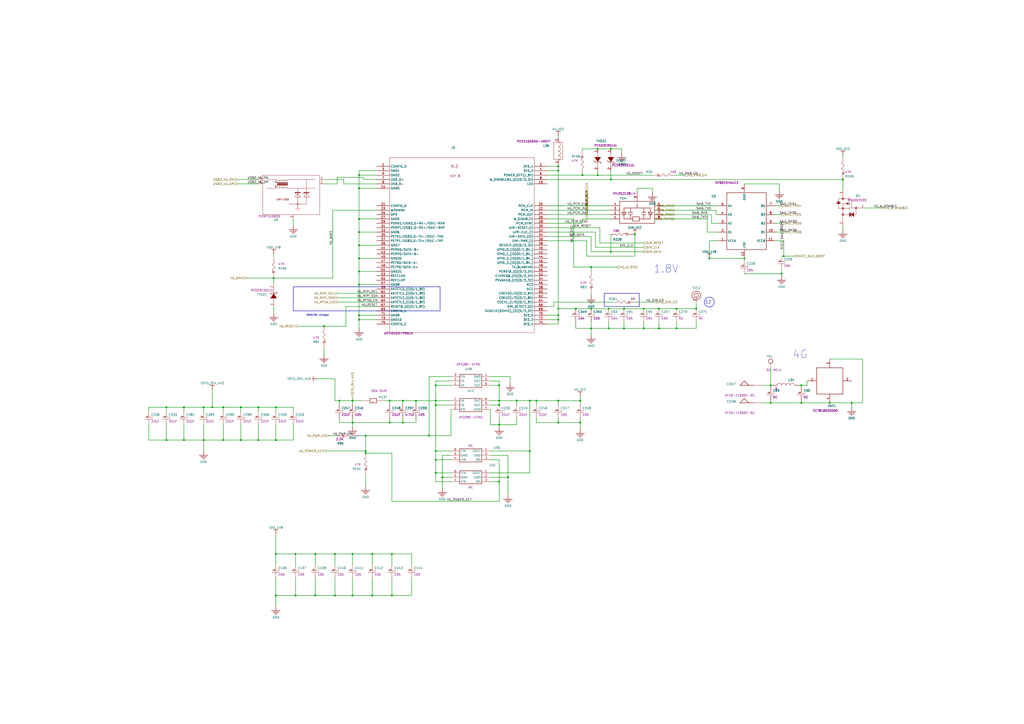
<source format=kicad_sch>
(kicad_sch (version 20231120) (generator "eeschema") (generator_version "8.0")
  (paper "A2")
  (title_block (title "Librem 5 Mainboard") (date "2024-03-21") (rev "v1.0.6") (company "Purism SPC") (comment 1 "GNU GPLv3+") (comment 2 "Copyright"))
  (junction (at 233.68 232.41))
  (junction (at 373.38 179.07))
  (junction (at 212.09 261.62))
  (junction (at 118.11 236.22))
  (junction (at 323.85 232.41))
  (junction (at 160.02 255.27))
  (junction (at 382.27 190.5))
  (junction (at 171.45 321.31))
  (junction (at 342.9 154.94))
  (junction (at 289.56 234.95))
  (junction (at 368.3 135.89))
  (junction (at 447.04 233.68))
  (junction (at 226.06 245.11))
  (junction (at 208.28 182.88))
  (junction (at 227.33 321.31))
  (junction (at 96.52 236.22))
  (junction (at 252.73 274.32))
  (junction (at 392.43 179.07))
  (junction (at 431.8 149.86))
  (junction (at 208.28 157.48))
  (junction (at 311.15 232.41))
  (junction (at 252.73 232.41))
  (junction (at 204.47 321.31))
  (junction (at 187.96 189.23))
  (junction (at 392.43 190.5))
  (junction (at 252.73 234.95))
  (junction (at 227.33 345.44))
  (junction (at 208.28 165.1))
  (junction (at 411.48 149.86))
  (junction (at 129.54 236.22))
  (junction (at 336.55 245.11))
  (junction (at 289.56 279.4))
  (junction (at 123.19 236.22))
  (junction (at 106.68 255.27))
  (junction (at 252.73 261.62))
  (junction (at 447.04 223.52))
  (junction (at 252.73 266.7))
  (junction (at 118.11 255.27))
  (junction (at 208.28 142.24))
  (junction (at 354.33 104.14))
  (junction (at 149.86 236.22))
  (junction (at 204.47 245.11))
  (junction (at 204.47 345.44))
  (junction (at 171.45 345.44))
  (junction (at 346.71 86.36))
  (junction (at 323.85 185.42))
  (junction (at 334.01 179.07))
  (junction (at 336.55 232.41))
  (junction (at 212.09 252.73))
  (junction (at 160.02 321.31))
  (junction (at 361.95 190.5))
  (junction (at 481.33 233.68))
  (junction (at 382.27 179.07))
  (junction (at 354.33 86.36))
  (junction (at 208.28 149.86))
  (junction (at 204.47 232.41))
  (junction (at 342.9 179.07))
  (junction (at 208.28 109.22))
  (junction (at 289.56 232.41))
  (junction (at 289.56 246.38))
  (junction (at 354.33 146.05))
  (junction (at 294.64 276.86))
  (junction (at 139.7 255.27))
  (junction (at 139.7 236.22))
  (junction (at 453.39 158.75))
  (junction (at 323.85 182.88))
  (junction (at 346.71 101.6))
  (junction (at 256.54 276.86))
  (junction (at 149.86 255.27))
  (junction (at 182.88 321.31))
  (junction (at 323.85 96.52))
  (junction (at 361.95 179.07))
  (junction (at 233.68 245.11))
  (junction (at 323.85 179.07))
  (junction (at 226.06 232.41))
  (junction (at 323.85 99.06))
  (junction (at 208.28 101.6))
  (junction (at 299.72 232.41))
  (junction (at 160.02 236.22))
  (junction (at 208.28 127))
  (junction (at 353.06 190.5))
  (junction (at 212.09 262.89))
  (junction (at 208.28 185.42))
  (junction (at 464.82 223.52))
  (junction (at 289.56 223.52))
  (junction (at 248.92 252.73))
  (junction (at 215.9 321.31))
  (junction (at 129.54 255.27))
  (junction (at 307.34 261.62))
  (junction (at 208.28 134.62))
  (junction (at 373.38 190.5))
  (junction (at 160.02 345.44))
  (junction (at 342.9 190.5))
  (junction (at 182.88 345.44))
  (junction (at 353.06 179.07))
  (junction (at 454.66 148.59))
  (junction (at 464.82 233.68))
  (junction (at 106.68 236.22))
  (junction (at 196.85 232.41))
  (junction (at 241.3 232.41))
  (junction (at 252.73 223.52))
  (junction (at 215.9 345.44))
  (junction (at 403.86 179.07))
  (junction (at 96.52 255.27))
  (junction (at 194.31 321.31))
  (junction (at 488.95 104.14))
  (junction (at 158.75 161.29))
  (junction (at 323.85 245.11))
  (junction (at 337.82 101.6))
  (junction (at 494.03 233.68))
  (junction (at 307.34 232.41))
  (junction (at 194.31 345.44))
  (wire (pts (xy 284.48 234.95) (xy 289.56 234.95)) (stroke (width 0.254)))
  (wire (pts (xy 311.15 232.41) (xy 323.85 232.41)) (stroke (width 0.254)))
  (wire (pts (xy 295.91 218.44) (xy 295.91 222.25)) (stroke (width 0.254)))
  (wire (pts (xy 342.9 190.5) (xy 342.9 194.31)) (stroke (width 0.254)))
  (wire (pts (xy 208.28 182.88) (xy 218.44 182.88)) (stroke (width 0.254)))
  (wire (pts (xy 118.11 236.22) (xy 118.11 238.76)) (stroke (width 0.254)))
  (wire (pts (xy 449.58 134.62) (xy 453.39 134.62)) (stroke (width 0.254)))
  (wire (pts (xy 204.47 321.31) (xy 215.9 321.31)) (stroke (width 0.254)))
  (wire (pts (xy 208.28 134.62) (xy 208.28 127)) (stroke (width 0.254)))
  (wire (pts (xy 415.29 124.46) (xy 416.56 124.46)) (stroke (width 0.254)))
  (wire (pts (xy 361.95 179.07) (xy 353.06 179.07)) (stroke (width 0.254)))
  (wire (pts (xy 323.85 182.88) (xy 323.85 179.07)) (stroke (width 0.254)))
  (wire (pts (xy 208.28 165.1) (xy 208.28 157.48)) (stroke (width 0.254)))
  (wire (pts (xy 284.48 232.41) (xy 289.56 232.41)) (stroke (width 0.254)))
  (wire (pts (xy 194.31 345.44) (xy 204.47 345.44)) (stroke (width 0.254)))
  (wire (pts (xy 158.75 161.29) (xy 193.04 161.29)) (stroke (width 0.254)))
  (wire (pts (xy 463.55 223.52) (xy 464.82 223.52)) (stroke (width 0.254)))
  (wire (pts (xy 208.28 101.6) (xy 208.28 99.06)) (stroke (width 0.254)))
  (wire (pts (xy 212.09 252.73) (xy 212.09 261.62)) (stroke (width 0.254)))
  (wire (pts (xy 194.31 327.66) (xy 194.31 321.31)) (stroke (width 0.254)))
  (wire (pts (xy 215.9 345.44) (xy 227.33 345.44)) (stroke (width 0.254)))
  (wire (pts (xy 289.56 279.4) (xy 289.56 290.83)) (stroke (width 0.254)))
  (wire (pts (xy 381 175.26) (xy 368.3 175.26)) (stroke (width 0.254)))
  (wire (pts (xy 317.5 127) (xy 332.74 127)) (stroke (width 0.254)))
  (wire (pts (xy 488.95 91.44) (xy 488.95 90.17)) (stroke (width 0.254)))
  (wire (pts (xy 208.28 149.86) (xy 218.44 149.86)) (stroke (width 0.254)))
  (wire (pts (xy 261.62 252.73) (xy 248.92 252.73)) (stroke (width 0.254)))
  (wire (pts (xy 353.06 179.07) (xy 342.9 179.07)) (stroke (width 0.254)))
  (wire (pts (xy 208.28 165.1) (xy 218.44 165.1)) (stroke (width 0.254)))
  (wire (pts (xy 187.96 106.68) (xy 195.58 106.68)) (stroke (width 0.254)))
  (wire (pts (xy 500.38 233.68) (xy 494.03 233.68)) (stroke (width 0.254)))
  (wire (pts (xy 447.04 233.68) (xy 464.82 233.68)) (stroke (width 0.254)))
  (wire (pts (xy 158.75 165.1) (xy 158.75 161.29)) (stroke (width 0.254)))
  (wire (pts (xy 123.19 226.06) (xy 123.19 236.22)) (stroke (width 0.254)))
  (wire (pts (xy 129.54 236.22) (xy 139.7 236.22)) (stroke (width 0.254)))
  (wire (pts (xy 261.62 276.86) (xy 256.54 276.86)) (stroke (width 0.254)))
  (wire (pts (xy 199.39 106.68) (xy 218.44 106.68)) (stroke (width 0.254)))
  (wire (pts (xy 208.28 182.88) (xy 208.28 165.1)) (stroke (width 0.254)))
  (wire (pts (xy 289.56 266.7) (xy 289.56 279.4)) (stroke (width 0.254)))
  (wire (pts (xy 464.82 232.41) (xy 464.82 233.68)) (stroke (width 0.254)))
  (wire (pts (xy 361.95 190.5) (xy 373.38 190.5)) (stroke (width 0.254)))
  (wire (pts (xy 342.9 186.69) (xy 342.9 190.5)) (stroke (width 0.254)))
  (wire (pts (xy 208.28 134.62) (xy 218.44 134.62)) (stroke (width 0.254)))
  (wire (pts (xy 139.7 236.22) (xy 139.7 238.76)) (stroke (width 0.254)))
  (wire (pts (xy 336.55 245.11) (xy 336.55 248.92)) (stroke (width 0.254)))
  (wire (pts (xy 199.39 104.14) (xy 199.39 106.68)) (stroke (width 0.254)))
  (wire (pts (xy 449.58 119.38) (xy 453.39 119.38)) (stroke (width 0.254)))
  (polyline (pts (xy 255.27 180.34) (xy 255.27 166.37)) (stroke (width 0.254) (type solid)))
  (wire (pts (xy 449.58 129.54) (xy 453.39 129.54)) (stroke (width 0.254)))
  (wire (pts (xy 226.06 232.41) (xy 226.06 234.95)) (stroke (width 0.254)))
  (wire (pts (xy 321.31 175.26) (xy 355.6 175.26)) (stroke (width 0.254)))
  (wire (pts (xy 96.52 255.27) (xy 106.68 255.27)) (stroke (width 0.254)))
  (wire (pts (xy 373.38 146.05) (xy 354.33 146.05)) (stroke (width 0.254)))
  (wire (pts (xy 208.28 185.42) (xy 208.28 182.88)) (stroke (width 0.254)))
  (wire (pts (xy 488.95 110.49) (xy 488.95 104.14)) (stroke (width 0.254)))
  (wire (pts (xy 382.27 186.69) (xy 382.27 190.5)) (stroke (width 0.254)))
  (wire (pts (xy 284.48 246.38) (xy 289.56 246.38)) (stroke (width 0.254)))
  (polyline (pts (xy 170.18 180.34) (xy 255.27 180.34)) (stroke (width 0.254) (type solid)))
  (wire (pts (xy 294.64 276.86) (xy 294.64 287.02)) (stroke (width 0.254)))
  (wire (pts (xy 391.16 101.6) (xy 397.51 101.6)) (stroke (width 0.254)))
  (wire (pts (xy 347.98 140.97) (xy 347.98 132.08)) (stroke (width 0.254)))
  (wire (pts (xy 215.9 327.66) (xy 215.9 321.31)) (stroke (width 0.254)))
  (wire (pts (xy 160.02 345.44) (xy 171.45 345.44)) (stroke (width 0.254)))
  (wire (pts (xy 323.85 179.07) (xy 323.85 99.06)) (stroke (width 0.254)))
  (wire (pts (xy 307.34 274.32) (xy 307.34 261.62)) (stroke (width 0.254)))
  (wire (pts (xy 196.85 242.57) (xy 196.85 245.11)) (stroke (width 0.254)))
  (wire (pts (xy 171.45 321.31) (xy 182.88 321.31)) (stroke (width 0.254)))
  (wire (pts (xy 441.96 233.68) (xy 447.04 233.68)) (stroke (width 0.254)))
  (wire (pts (xy 96.52 236.22) (xy 86.36 236.22)) (stroke (width 0.254)))
  (wire (pts (xy 171.45 327.66) (xy 171.45 321.31)) (stroke (width 0.254)))
  (wire (pts (xy 241.3 234.95) (xy 241.3 232.41)) (stroke (width 0.254)))
  (wire (pts (xy 158.75 161.29) (xy 143.51 161.29)) (stroke (width 0.254)))
  (wire (pts (xy 369.57 109.22) (xy 378.46 109.22)) (stroke (width 0.254)))
  (wire (pts (xy 289.56 290.83) (xy 227.33 290.83)) (stroke (width 0.254)))
  (wire (pts (xy 334.01 186.69) (xy 334.01 190.5)) (stroke (width 0.254)))
  (wire (pts (xy 210.82 104.14) (xy 218.44 104.14)) (stroke (width 0.254)))
  (wire (pts (xy 464.82 233.68) (xy 481.33 233.68)) (stroke (width 0.254)))
  (wire (pts (xy 369.57 111.76) (xy 369.57 109.22)) (stroke (width 0.254)))
  (wire (pts (xy 129.54 255.27) (xy 139.7 255.27)) (stroke (width 0.254)))
  (wire (pts (xy 158.75 177.8) (xy 158.75 181.61)) (stroke (width 0.254)))
  (wire (pts (xy 289.56 232.41) (xy 299.72 232.41)) (stroke (width 0.254)))
  (wire (pts (xy 500.38 208.28) (xy 500.38 233.68)) (stroke (width 0.254)))
  (wire (pts (xy 321.31 177.8) (xy 321.31 175.26)) (stroke (width 0.254)))
  (wire (pts (xy 208.28 101.6) (xy 218.44 101.6)) (stroke (width 0.254)))
  (wire (pts (xy 256.54 264.16) (xy 256.54 276.86)) (stroke (width 0.254)))
  (wire (pts (xy 447.04 232.41) (xy 447.04 233.68)) (stroke (width 0.254)))
  (wire (pts (xy 160.02 246.38) (xy 160.02 255.27)) (stroke (width 0.254)))
  (wire (pts (xy 284.48 276.86) (xy 294.64 276.86)) (stroke (width 0.254)))
  (wire (pts (xy 354.33 99.06) (xy 354.33 104.14)) (stroke (width 0.254)))
  (wire (pts (xy 337.82 101.6) (xy 346.71 101.6)) (stroke (width 0.254)))
  (wire (pts (xy 204.47 234.95) (xy 204.47 232.41)) (stroke (width 0.254)))
  (wire (pts (xy 342.9 190.5) (xy 353.06 190.5)) (stroke (width 0.254)))
  (wire (pts (xy 392.43 190.5) (xy 403.86 190.5)) (stroke (width 0.254)))
  (wire (pts (xy 106.68 255.27) (xy 118.11 255.27)) (stroke (width 0.254)))
  (wire (pts (xy 332.74 154.94) (xy 342.9 154.94)) (stroke (width 0.254)))
  (wire (pts (xy 204.47 245.11) (xy 226.06 245.11)) (stroke (width 0.254)))
  (wire (pts (xy 384.81 121.92) (xy 415.29 121.92)) (stroke (width 0.254)))
  (wire (pts (xy 194.31 335.28) (xy 194.31 345.44)) (stroke (width 0.254)))
  (wire (pts (xy 289.56 247.65) (xy 289.56 246.38)) (stroke (width 0.254)))
  (wire (pts (xy 431.8 151.13) (xy 431.8 149.86)) (stroke (width 0.254)))
  (wire (pts (xy 118.11 246.38) (xy 118.11 255.27)) (stroke (width 0.254)))
  (wire (pts (xy 171.45 345.44) (xy 182.88 345.44)) (stroke (width 0.254)))
  (polyline (pts (xy 350.52 170.18) (xy 350.52 177.8)) (stroke (width 0.254) (type solid)))
  (wire (pts (xy 194.31 219.71) (xy 184.15 219.71)) (stroke (width 0.254)))
  (wire (pts (xy 342.9 146.05) (xy 342.9 137.16)) (stroke (width 0.254)))
  (wire (pts (xy 317.5 124.46) (xy 354.33 124.46)) (stroke (width 0.254)))
  (wire (pts (xy 468.122 220.98) (xy 468.63 220.98)) (stroke (width 0.254)))
  (wire (pts (xy 403.86 176.53) (xy 403.86 179.07)) (stroke (width 0.254)))
  (wire (pts (xy 261.62 237.49) (xy 261.62 252.73)) (stroke (width 0.254)))
  (wire (pts (xy 123.19 236.22) (xy 129.54 236.22)) (stroke (width 0.254)))
  (wire (pts (xy 431.8 158.75) (xy 453.39 158.75)) (stroke (width 0.254)))
  (wire (pts (xy 317.5 96.52) (xy 323.85 96.52)) (stroke (width 0.254)))
  (wire (pts (xy 252.73 279.4) (xy 261.62 279.4)) (stroke (width 0.254)))
  (wire (pts (xy 218.44 185.42) (xy 208.28 185.42)) (stroke (width 0.254)))
  (wire (pts (xy 354.33 135.89) (xy 354.33 146.05)) (stroke (width 0.254)))
  (polyline (pts (xy 370.84 177.8) (xy 370.84 170.18)) (stroke (width 0.254) (type solid)))
  (wire (pts (xy 139.7 255.27) (xy 149.86 255.27)) (stroke (width 0.254)))
  (wire (pts (xy 323.85 245.11) (xy 323.85 242.57)) (stroke (width 0.254)))
  (wire (pts (xy 208.28 157.48) (xy 218.44 157.48)) (stroke (width 0.254)))
  (wire (pts (xy 311.15 242.57) (xy 311.15 245.11)) (stroke (width 0.254)))
  (wire (pts (xy 384.81 119.38) (xy 416.56 119.38)) (stroke (width 0.254)))
  (wire (pts (xy 382.27 190.5) (xy 392.43 190.5)) (stroke (width 0.254)))
  (wire (pts (xy 256.54 276.86) (xy 256.54 283.21)) (stroke (width 0.254)))
  (wire (pts (xy 187.96 189.23) (xy 172.72 189.23)) (stroke (width 0.254)))
  (wire (pts (xy 226.06 245.11) (xy 233.68 245.11)) (stroke (width 0.254)))
  (wire (pts (xy 170.18 255.27) (xy 170.18 246.38)) (stroke (width 0.254)))
  (wire (pts (xy 139.7 246.38) (xy 139.7 255.27)) (stroke (width 0.254)))
  (wire (pts (xy 215.9 335.28) (xy 215.9 345.44)) (stroke (width 0.254)))
  (wire (pts (xy 149.86 236.22) (xy 149.86 238.76)) (stroke (width 0.254)))
  (wire (pts (xy 454.66 139.7) (xy 454.66 148.59)) (stroke (width 0.254)))
  (wire (pts (xy 227.33 321.31) (xy 238.76 321.31)) (stroke (width 0.254)))
  (wire (pts (xy 464.82 224.79) (xy 464.82 223.52)) (stroke (width 0.254)))
  (wire (pts (xy 170.18 236.22) (xy 170.18 238.76)) (stroke (width 0.254)))
  (wire (pts (xy 241.3 242.57) (xy 241.3 245.11)) (stroke (width 0.254)))
  (wire (pts (xy 182.88 327.66) (xy 182.88 321.31)) (stroke (width 0.254)))
  (wire (pts (xy 323.85 232.41) (xy 323.85 234.95)) (stroke (width 0.254)))
  (wire (pts (xy 196.85 232.41) (xy 204.47 232.41)) (stroke (width 0.254)))
  (wire (pts (xy 384.81 124.46) (xy 412.75 124.46)) (stroke (width 0.254)))
  (wire (pts (xy 149.86 255.27) (xy 160.02 255.27)) (stroke (width 0.254)))
  (wire (pts (xy 208.28 149.86) (xy 208.28 142.24)) (stroke (width 0.254)))
  (wire (pts (xy 373.38 179.07) (xy 382.27 179.07)) (stroke (width 0.254)))
  (wire (pts (xy 453.39 156.21) (xy 453.39 158.75)) (stroke (width 0.254)))
  (wire (pts (xy 449.58 124.46) (xy 453.39 124.46)) (stroke (width 0.254)))
  (wire (pts (xy 252.73 274.32) (xy 252.73 279.4)) (stroke (width 0.254)))
  (wire (pts (xy 170.18 127) (xy 170.18 130.81)) (stroke (width 0.254)))
  (wire (pts (xy 204.47 245.11) (xy 204.47 247.65)) (stroke (width 0.254)))
  (wire (pts (xy 218.44 172.72) (xy 195.58 172.72)) (stroke (width 0.254)))
  (wire (pts (xy 311.15 232.41) (xy 307.34 232.41)) (stroke (width 0.254)))
  (wire (pts (xy 488.95 130.81) (xy 488.95 133.35)) (stroke (width 0.254)))
  (wire (pts (xy 410.21 127) (xy 410.21 134.62)) (stroke (width 0.254)))
  (wire (pts (xy 336.55 232.41) (xy 336.55 229.87)) (stroke (width 0.254)))
  (wire (pts (xy 210.82 102.87) (xy 210.82 104.14)) (stroke (width 0.254)))
  (wire (pts (xy 160.02 335.28) (xy 160.02 345.44)) (stroke (width 0.254)))
  (wire (pts (xy 160.02 236.22) (xy 160.02 238.76)) (stroke (width 0.254)))
  (wire (pts (xy 345.44 134.62) (xy 317.5 134.62)) (stroke (width 0.254)))
  (wire (pts (xy 118.11 255.27) (xy 118.11 261.62)) (stroke (width 0.254)))
  (wire (pts (xy 106.68 246.38) (xy 106.68 255.27)) (stroke (width 0.254)))
  (wire (pts (xy 261.62 264.16) (xy 256.54 264.16)) (stroke (width 0.254)))
  (wire (pts (xy 284.48 266.7) (xy 289.56 266.7)) (stroke (width 0.254)))
  (wire (pts (xy 226.06 232.41) (xy 233.68 232.41)) (stroke (width 0.254)))
  (wire (pts (xy 196.85 232.41) (xy 196.85 234.95)) (stroke (width 0.254)))
  (wire (pts (xy 241.3 232.41) (xy 252.73 232.41)) (stroke (width 0.254)))
  (wire (pts (xy 361.95 186.69) (xy 361.95 190.5)) (stroke (width 0.254)))
  (wire (pts (xy 227.33 262.89) (xy 212.09 262.89)) (stroke (width 0.254)))
  (wire (pts (xy 367.03 135.89) (xy 368.3 135.89)) (stroke (width 0.254)))
  (wire (pts (xy 129.54 236.22) (xy 129.54 238.76)) (stroke (width 0.254)))
  (wire (pts (xy 384.81 127) (xy 410.21 127)) (stroke (width 0.254)))
  (wire (pts (xy 307.34 261.62) (xy 307.34 232.41)) (stroke (width 0.254)))
  (wire (pts (xy 227.33 345.44) (xy 238.76 345.44)) (stroke (width 0.254)))
  (wire (pts (xy 218.44 170.18) (xy 195.58 170.18)) (stroke (width 0.254)))
  (wire (pts (xy 160.02 327.66) (xy 160.02 321.31)) (stroke (width 0.254)))
  (wire (pts (xy 284.48 237.49) (xy 284.48 246.38)) (stroke (width 0.254)))
  (wire (pts (xy 261.62 218.44) (xy 248.92 218.44)) (stroke (width 0.254)))
  (wire (pts (xy 200.66 189.23) (xy 187.96 189.23)) (stroke (width 0.254)))
  (wire (pts (xy 449.58 139.7) (xy 454.66 139.7)) (stroke (width 0.254)))
  (wire (pts (xy 248.92 252.73) (xy 212.09 252.73)) (stroke (width 0.254)))
  (wire (pts (xy 447.04 213.36) (xy 447.04 223.52)) (stroke (width 0.254)))
  (wire (pts (xy 208.28 99.06) (xy 218.44 99.06)) (stroke (width 0.254)))
  (wire (pts (xy 252.73 232.41) (xy 252.73 234.95)) (stroke (width 0.254)))
  (wire (pts (xy 208.28 127) (xy 218.44 127)) (stroke (width 0.254)))
  (wire (pts (xy 481.33 233.68) (xy 494.03 233.68)) (stroke (width 0.254)))
  (wire (pts (xy 118.11 255.27) (xy 129.54 255.27)) (stroke (width 0.254)))
  (wire (pts (xy 227.33 327.66) (xy 227.33 321.31)) (stroke (width 0.254)))
  (wire (pts (xy 212.09 261.62) (xy 189.23 261.62)) (stroke (width 0.254)))
  (wire (pts (xy 233.68 232.41) (xy 241.3 232.41)) (stroke (width 0.254)))
  (wire (pts (xy 488.95 104.14) (xy 354.33 104.14)) (stroke (width 0.254)))
  (wire (pts (xy 212.09 261.62) (xy 212.09 262.89)) (stroke (width 0.254)))
  (wire (pts (xy 501.65 120.65) (xy 511.81 120.65)) (stroke (width 0.254)))
  (wire (pts (xy 412.75 124.46) (xy 412.75 129.54)) (stroke (width 0.254)))
  (wire (pts (xy 223.52 232.41) (xy 226.06 232.41)) (stroke (width 0.254)))
  (wire (pts (xy 284.48 218.44) (xy 295.91 218.44)) (stroke (width 0.254)))
  (wire (pts (xy 373.38 186.69) (xy 373.38 190.5)) (stroke (width 0.254)))
  (wire (pts (xy 182.88 345.44) (xy 194.31 345.44)) (stroke (width 0.254)))
  (wire (pts (xy 342.9 154.94) (xy 342.9 157.48)) (stroke (width 0.254)))
  (wire (pts (xy 171.45 335.28) (xy 171.45 345.44)) (stroke (width 0.254)))
  (wire (pts (xy 307.34 232.41) (xy 299.72 232.41)) (stroke (width 0.254)))
  (wire (pts (xy 354.33 104.14) (xy 317.5 104.14)) (stroke (width 0.254)))
  (wire (pts (xy 464.82 223.52) (xy 468.122 223.52)) (stroke (width 0.254)))
  (wire (pts (xy 340.36 139.7) (xy 317.5 139.7)) (stroke (width 0.254)))
  (wire (pts (xy 403.86 190.5) (xy 403.86 186.69)) (stroke (width 0.254)))
  (wire (pts (xy 294.64 264.16) (xy 294.64 276.86)) (stroke (width 0.254)))
  (wire (pts (xy 337.82 100.33) (xy 337.82 101.6)) (stroke (width 0.254)))
  (wire (pts (xy 354.33 146.05) (xy 342.9 146.05)) (stroke (width 0.254)))
  (wire (pts (xy 368.3 135.89) (xy 368.3 148.59)) (stroke (width 0.254)))
  (wire (pts (xy 252.73 266.7) (xy 252.73 274.32)) (stroke (width 0.254)))
  (wire (pts (xy 193.04 161.29) (xy 193.04 121.92)) (stroke (width 0.254)))
  (wire (pts (xy 360.68 86.36) (xy 360.68 88.9)) (stroke (width 0.254)))
  (wire (pts (xy 323.85 80.01) (xy 323.85 78.74)) (stroke (width 0.254)))
  (wire (pts (xy 317.5 182.88) (xy 323.85 182.88)) (stroke (width 0.254)))
  (wire (pts (xy 241.3 245.11) (xy 233.68 245.11)) (stroke (width 0.254)))
  (wire (pts (xy 218.44 177.8) (xy 200.66 177.8)) (stroke (width 0.254)))
  (wire (pts (xy 195.58 102.87) (xy 210.82 102.87)) (stroke (width 0.254)))
  (wire (pts (xy 323.85 99.06) (xy 323.85 96.52)) (stroke (width 0.254)))
  (wire (pts (xy 238.76 321.31) (xy 238.76 327.66)) (stroke (width 0.254)))
  (wire (pts (xy 208.28 109.22) (xy 208.28 101.6)) (stroke (width 0.254)))
  (wire (pts (xy 284.48 274.32) (xy 307.34 274.32)) (stroke (width 0.254)))
  (wire (pts (xy 340.36 148.59) (xy 340.36 139.7)) (stroke (width 0.254)))
  (wire (pts (xy 195.58 252.73) (xy 190.5 252.73)) (stroke (width 0.254)))
  (wire (pts (xy 378.46 101.6) (xy 346.71 101.6)) (stroke (width 0.254)))
  (wire (pts (xy 252.73 234.95) (xy 252.73 261.62)) (stroke (width 0.254)))
  (wire (pts (xy 204.47 327.66) (xy 204.47 321.31)) (stroke (width 0.254)))
  (wire (pts (xy 123.19 236.22) (xy 118.11 236.22)) (stroke (width 0.254)))
  (wire (pts (xy 373.38 143.51) (xy 345.44 143.51)) (stroke (width 0.254)))
  (wire (pts (xy 323.85 245.11) (xy 336.55 245.11)) (stroke (width 0.254)))
  (wire (pts (xy 149.86 106.68) (xy 137.16 106.68)) (stroke (width 0.254)))
  (wire (pts (xy 212.09 275.59) (xy 212.09 281.94)) (stroke (width 0.254)))
  (wire (pts (xy 361.95 179.07) (xy 373.38 179.07)) (stroke (width 0.254)))
  (wire (pts (xy 452.12 106.68) (xy 452.12 110.49)) (stroke (width 0.254)))
  (wire (pts (xy 323.85 185.42) (xy 323.85 182.88)) (stroke (width 0.254)))
  (wire (pts (xy 332.74 127) (xy 332.74 154.94)) (stroke (width 0.254)))
  (wire (pts (xy 337.82 127) (xy 354.33 127)) (stroke (width 0.254)))
  (wire (pts (xy 354.33 86.36) (xy 360.68 86.36)) (stroke (width 0.254)))
  (wire (pts (xy 323.85 187.96) (xy 323.85 185.42)) (stroke (width 0.254)))
  (wire (pts (xy 187.96 104.14) (xy 199.39 104.14)) (stroke (width 0.254)))
  (wire (pts (xy 336.55 232.41) (xy 336.55 234.95)) (stroke (width 0.254)))
  (wire (pts (xy 204.47 335.28) (xy 204.47 345.44)) (stroke (width 0.254)))
  (wire (pts (xy 218.44 175.26) (xy 195.58 175.26)) (stroke (width 0.254)))
  (wire (pts (xy 317.5 185.42) (xy 323.85 185.42)) (stroke (width 0.254)))
  (wire (pts (xy 447.04 224.79) (xy 447.04 223.52)) (stroke (width 0.254)))
  (wire (pts (xy 86.36 246.38) (xy 86.36 255.27)) (stroke (width 0.254)))
  (wire (pts (xy 378.46 109.22) (xy 378.46 111.76)) (stroke (width 0.254)))
  (wire (pts (xy 481.33 208.28) (xy 500.38 208.28)) (stroke (width 0.254)))
  (wire (pts (xy 334.01 179.07) (xy 323.85 179.07)) (stroke (width 0.254)))
  (wire (pts (xy 342.9 179.07) (xy 334.01 179.07)) (stroke (width 0.254)))
  (polyline (pts (xy 255.27 166.37) (xy 170.18 166.37)) (stroke (width 0.254) (type solid)))
  (wire (pts (xy 284.48 261.62) (xy 307.34 261.62)) (stroke (width 0.254)))
  (wire (pts (xy 334.01 190.5) (xy 342.9 190.5)) (stroke (width 0.254)))
  (wire (pts (xy 227.33 290.83) (xy 227.33 262.89)) (stroke (width 0.254)))
  (wire (pts (xy 233.68 245.11) (xy 233.68 242.57)) (stroke (width 0.254)))
  (wire (pts (xy 317.5 99.06) (xy 323.85 99.06)) (stroke (width 0.254)))
  (wire (pts (xy 227.33 335.28) (xy 227.33 345.44)) (stroke (width 0.254)))
  (wire (pts (xy 208.28 185.42) (xy 208.28 190.5)) (stroke (width 0.254)))
  (wire (pts (xy 96.52 236.22) (xy 96.52 238.76)) (stroke (width 0.254)))
  (wire (pts (xy 358.14 154.94) (xy 342.9 154.94)) (stroke (width 0.254)))
  (wire (pts (xy 204.47 242.57) (xy 204.47 245.11)) (stroke (width 0.254)))
  (wire (pts (xy 441.96 223.52) (xy 447.04 223.52)) (stroke (width 0.254)))
  (wire (pts (xy 261.62 220.98) (xy 252.73 220.98)) (stroke (width 0.254)))
  (wire (pts (xy 182.88 335.28) (xy 182.88 345.44)) (stroke (width 0.254)))
  (wire (pts (xy 317.5 177.8) (xy 321.31 177.8)) (stroke (width 0.254)))
  (wire (pts (xy 284.48 220.98) (xy 289.56 220.98)) (stroke (width 0.254)))
  (wire (pts (xy 160.02 255.27) (xy 170.18 255.27)) (stroke (width 0.254)))
  (wire (pts (xy 410.21 134.62) (xy 416.56 134.62)) (stroke (width 0.254)))
  (wire (pts (xy 317.5 121.92) (xy 354.33 121.92)) (stroke (width 0.254)))
  (wire (pts (xy 248.92 218.44) (xy 248.92 252.73)) (stroke (width 0.254)))
  (wire (pts (xy 200.66 177.8) (xy 200.66 189.23)) (stroke (width 0.254)))
  (wire (pts (xy 160.02 345.44) (xy 160.02 351.79)) (stroke (width 0.254)))
  (wire (pts (xy 194.31 232.41) (xy 194.31 219.71)) (stroke (width 0.254)))
  (wire (pts (xy 193.04 121.92) (xy 218.44 121.92)) (stroke (width 0.254)))
  (wire (pts (xy 252.73 223.52) (xy 252.73 232.41)) (stroke (width 0.254)))
  (wire (pts (xy 336.55 232.41) (xy 323.85 232.41)) (stroke (width 0.254)))
  (wire (pts (xy 412.75 129.54) (xy 416.56 129.54)) (stroke (width 0.254)))
  (wire (pts (xy 392.43 179.07) (xy 403.86 179.07)) (stroke (width 0.254)))
  (wire (pts (xy 347.98 132.08) (xy 317.5 132.08)) (stroke (width 0.254)))
  (wire (pts (xy 289.56 234.95) (xy 289.56 232.41)) (stroke (width 0.254)))
  (wire (pts (xy 204.47 345.44) (xy 215.9 345.44)) (stroke (width 0.254)))
  (wire (pts (xy 299.72 234.95) (xy 299.72 232.41)) (stroke (width 0.254)))
  (wire (pts (xy 311.15 232.41) (xy 311.15 234.95)) (stroke (width 0.254)))
  (wire (pts (xy 411.48 139.7) (xy 411.48 149.86)) (stroke (width 0.254)))
  (wire (pts (xy 149.86 246.38) (xy 149.86 255.27)) (stroke (width 0.254)))
  (wire (pts (xy 392.43 186.69) (xy 392.43 190.5)) (stroke (width 0.254)))
  (wire (pts (xy 196.85 232.41) (xy 194.31 232.41)) (stroke (width 0.254)))
  (wire (pts (xy 284.48 279.4) (xy 289.56 279.4)) (stroke (width 0.254)))
  (wire (pts (xy 204.47 231.14) (xy 204.47 232.41)) (stroke (width 0.254)))
  (wire (pts (xy 261.62 266.7) (xy 252.73 266.7)) (stroke (width 0.254)))
  (wire (pts (xy 289.56 246.38) (xy 299.72 246.38)) (stroke (width 0.254)))
  (wire (pts (xy 382.27 179.07) (xy 392.43 179.07)) (stroke (width 0.254)))
  (wire (pts (xy 431.8 106.68) (xy 452.12 106.68)) (stroke (width 0.254)))
  (wire (pts (xy 208.28 109.22) (xy 218.44 109.22)) (stroke (width 0.254)))
  (wire (pts (xy 289.56 220.98) (xy 289.56 223.52)) (stroke (width 0.254)))
  (wire (pts (xy 261.62 223.52) (xy 252.73 223.52)) (stroke (width 0.254)))
  (wire (pts (xy 238.76 345.44) (xy 238.76 335.28)) (stroke (width 0.254)))
  (wire (pts (xy 317.5 119.38) (xy 354.33 119.38)) (stroke (width 0.254)))
  (wire (pts (xy 431.8 149.86) (xy 411.48 149.86)) (stroke (width 0.254)))
  (wire (pts (xy 317.5 129.54) (xy 337.82 129.54)) (stroke (width 0.254)))
  (wire (pts (xy 447.04 223.52) (xy 448.31 223.52)) (stroke (width 0.254)))
  (wire (pts (xy 139.7 236.22) (xy 149.86 236.22)) (stroke (width 0.254)))
  (wire (pts (xy 415.29 121.92) (xy 415.29 124.46)) (stroke (width 0.254)))
  (wire (pts (xy 353.06 190.5) (xy 361.95 190.5)) (stroke (width 0.254)))
  (wire (pts (xy 252.73 232.41) (xy 261.62 232.41)) (stroke (width 0.254)))
  (wire (pts (xy 209.55 232.41) (xy 204.47 232.41)) (stroke (width 0.254)))
  (wire (pts (xy 196.85 245.11) (xy 204.47 245.11)) (stroke (width 0.254)))
  (wire (pts (xy 454.66 148.59) (xy 461.01 148.59)) (stroke (width 0.254)))
  (wire (pts (xy 194.31 321.31) (xy 204.47 321.31)) (stroke (width 0.254)))
  (wire (pts (xy 252.73 220.98) (xy 252.73 223.52)) (stroke (width 0.254)))
  (wire (pts (xy 208.28 142.24) (xy 208.28 134.62)) (stroke (width 0.254)))
  (wire (pts (xy 195.58 106.68) (xy 195.58 102.87)) (stroke (width 0.254)))
  (wire (pts (xy 129.54 246.38) (xy 129.54 255.27)) (stroke (width 0.254)))
  (wire (pts (xy 158.75 148.59) (xy 158.75 147.32)) (stroke (width 0.254)))
  (wire (pts (xy 373.38 140.97) (xy 347.98 140.97)) (stroke (width 0.254)))
  (wire (pts (xy 149.86 236.22) (xy 160.02 236.22)) (stroke (width 0.254)))
  (wire (pts (xy 208.28 157.48) (xy 208.28 149.86)) (stroke (width 0.254)))
  (wire (pts (xy 453.39 158.75) (xy 453.39 160.02)) (stroke (width 0.254)))
  (polyline (pts (xy 170.18 166.37) (xy 170.18 180.34)) (stroke (width 0.254) (type solid)))
  (wire (pts (xy 337.82 86.36) (xy 346.71 86.36)) (stroke (width 0.254)))
  (wire (pts (xy 252.73 234.95) (xy 261.62 234.95)) (stroke (width 0.254)))
  (wire (pts (xy 353.06 186.69) (xy 353.06 190.5)) (stroke (width 0.254)))
  (wire (pts (xy 160.02 321.31) (xy 171.45 321.31)) (stroke (width 0.254)))
  (wire (pts (xy 208.28 127) (xy 208.28 109.22)) (stroke (width 0.254)))
  (wire (pts (xy 337.82 129.54) (xy 337.82 127)) (stroke (width 0.254)))
  (wire (pts (xy 323.85 96.52) (xy 323.85 95.25)) (stroke (width 0.254)))
  (wire (pts (xy 182.88 321.31) (xy 194.31 321.31)) (stroke (width 0.254)))
  (wire (pts (xy 311.15 245.11) (xy 323.85 245.11)) (stroke (width 0.254)))
  (wire (pts (xy 368.3 148.59) (xy 340.36 148.59)) (stroke (width 0.254)))
  (wire (pts (xy 317.5 101.6) (xy 337.82 101.6)) (stroke (width 0.254)))
  (wire (pts (xy 494.03 233.68) (xy 494.03 236.22)) (stroke (width 0.254)))
  (wire (pts (xy 215.9 321.31) (xy 227.33 321.31)) (stroke (width 0.254)))
  (wire (pts (xy 299.72 246.38) (xy 299.72 242.57)) (stroke (width 0.254)))
  (wire (pts (xy 346.71 99.06) (xy 346.71 101.6)) (stroke (width 0.254)))
  (wire (pts (xy 289.56 242.57) (xy 289.56 246.38)) (stroke (width 0.254)))
  (wire (pts (xy 160.02 321.31) (xy 160.02 309.88)) (stroke (width 0.254)))
  (wire (pts (xy 342.9 137.16) (xy 317.5 137.16)) (stroke (width 0.254)))
  (wire (pts (xy 226.06 245.11) (xy 226.06 242.57)) (stroke (width 0.254)))
  (wire (pts (xy 233.68 234.95) (xy 233.68 232.41)) (stroke (width 0.254)))
  (wire (pts (xy 252.73 261.62) (xy 252.73 266.7)) (stroke (width 0.254)))
  (wire (pts (xy 346.71 86.36) (xy 354.33 86.36)) (stroke (width 0.254)))
  (wire (pts (xy 96.52 246.38) (xy 96.52 255.27)) (stroke (width 0.254)))
  (wire (pts (xy 289.56 223.52) (xy 289.56 232.41)) (stroke (width 0.254)))
  (wire (pts (xy 118.11 236.22) (xy 106.68 236.22)) (stroke (width 0.254)))
  (wire (pts (xy 187.96 201.93) (xy 187.96 205.74)) (stroke (width 0.254)))
  (wire (pts (xy 106.68 236.22) (xy 96.52 236.22)) (stroke (width 0.254)))
  (wire (pts (xy 86.36 255.27) (xy 96.52 255.27)) (stroke (width 0.254)))
  (wire (pts (xy 160.02 236.22) (xy 170.18 236.22)) (stroke (width 0.254)))
  (wire (pts (xy 337.82 87.63) (xy 337.82 86.36)) (stroke (width 0.254)))
  (wire (pts (xy 453.39 148.59) (xy 454.66 148.59)) (stroke (width 0.254)))
  (wire (pts (xy 212.09 252.73) (xy 208.28 252.73)) (stroke (width 0.254)))
  (wire (pts (xy 336.55 245.11) (xy 336.55 242.57)) (stroke (width 0.254)))
  (wire (pts (xy 284.48 264.16) (xy 294.64 264.16)) (stroke (width 0.254)))
  (wire (pts (xy 86.36 236.22) (xy 86.36 238.76)) (stroke (width 0.254)))
  (wire (pts (xy 252.73 274.32) (xy 261.62 274.32)) (stroke (width 0.254)))
  (wire (pts (xy 284.48 223.52) (xy 289.56 223.52)) (stroke (width 0.254)))
  (wire (pts (xy 345.44 143.51) (xy 345.44 134.62)) (stroke (width 0.254)))
  (polyline (pts (xy 350.52 177.8) (xy 370.84 177.8)) (stroke (width 0.254) (type solid)))
  (wire (pts (xy 416.56 139.7) (xy 411.48 139.7)) (stroke (width 0.254)))
  (wire (pts (xy 106.68 236.22) (xy 106.68 238.76)) (stroke (width 0.254)))
  (wire (pts (xy 149.86 104.14) (xy 137.16 104.14)) (stroke (width 0.254)))
  (wire (pts (xy 208.28 142.24) (xy 218.44 142.24)) (stroke (width 0.254)))
  (wire (pts (xy 468.122 223.52) (xy 468.122 220.98)) (stroke (width 0.254)))
  (wire (pts (xy 342.9 170.18) (xy 342.9 171.45)) (stroke (width 0.254)))
  (wire (pts (xy 373.38 190.5) (xy 382.27 190.5)) (stroke (width 0.254)))
  (polyline (pts (xy 370.84 170.18) (xy 350.52 170.18)) (stroke (width 0.254) (type solid)))
  (wire (pts (xy 317.5 187.96) (xy 323.85 187.96)) (stroke (width 0.254)))
  (wire (pts (xy 252.73 261.62) (xy 261.62 261.62)) (stroke (width 0.254)))
  (circle (center 411.48 175.26) (radius 2.845) (stroke (width 0.254)))
  (text "20201204 changed" (at 184.15 182.88 0) (effects (font (size 0.889 0.889))))
  (text "1.8V" (at 393.7 158.75 0) (effects (font (size 4.445 4.445)) (justify right bottom)))
  (text "4G" (at 459.74 208.28 0) (effects (font (size 4.445 4.445)) (justify left bottom)))
  (text "12" (at 408.94 176.53 0) (effects (font (size 1.905 1.905)) (justify left bottom)))
  (label "SAI6_TXFS" (at 401.32 127 0))
  (label "SAI1_TXD4" (at 452.12 119.38 0))
  (label "SIM_CLK" (at 359.41 143.51 0))
  (label "4G_PCM_CLK" (at 328.93 119.38 0))
  (label "4G_W_DIS2" (at 332.74 140.97 90))
  (label "4G_RFSW_EN" (at 207.01 175.26 0))
  (label "USB2_4G_DP" (at 143.51 106.68 0))
  (label "4G_SIM_CD" (at 374.65 175.26 0))
  (label "SAI6_TXD" (at 403.86 121.92 0))
  (label "NVCC_SAI1_BOOT" (at 454.66 144.78 90))
  (label "4G_PWR_EN" (at 193.04 252.73 0))
  (label "SAI1_TXD5" (at 452.12 124.46 0))
  (label "4G_WAKE" (at 193.04 142.24 90))
  (label "SAI6_TXC" (at 403.86 119.38 0))
  (label "4G_PCM_SYNC" (at 327.66 129.54 0))
  (label "4G_MIPI_SCL" (at 207.01 170.18 0))
  (label "4G_ONOFF" (at 363.22 101.6 0))
  (label "4G_POWER_KEY" (at 259.08 290.83 0))
  (label "4G_PWR_EN" (at 393.7 101.6 0))
  (label "SAI6_RXD" (at 401.32 124.46 0))
  (label "SIM_RESET" (at 332.74 132.08 0))
  (label "SAI1_RXD6" (at 452.12 134.62 0))
  (label "4G_RESET" (at 209.55 177.8 0))
  (label "SAI1_RXD5" (at 452.12 129.54 0))
  (label "4G_PCM_IN" (at 328.93 121.92 0))
  (label "4G_PCM_OUT" (at 328.93 124.46 0))
  (label "SIM_DATA" (at 330.2 137.16 0))
  (label "USB2_4G_DN" (at 143.51 104.14 0))
  (label "4G_MIPI_SDA" (at 207.01 172.72 0))
  (label "4G_W_DISABLE" (at 506.73 120.65 0))
  (hierarchical_label "4G_PWR_EN" (shape passive) (at 190.5 252.73 180))
  (hierarchical_label "SAI1_TXD4" (shape passive) (at 453.39 119.38 0))
  (hierarchical_label "4G_MIPI_SDA" (shape passive) (at 195.58 172.72 180))
  (hierarchical_label "NVCC_SAI1_BOOT" (shape passive) (at 461.01 148.59 0))
  (hierarchical_label "SAI6_RXD" (shape passive) (at 391.16 124.46 180))
  (hierarchical_label "VSYS_3V4_4V3" (shape bidirectional) (at 204.47 231.14 90))
  (hierarchical_label "4G_MIPI_SCL" (shape passive) (at 195.58 170.18 180))
  (hierarchical_label "4G_W_DISABLE" (shape passive) (at 511.81 120.65 0))
  (hierarchical_label "4G_PCM_SYNC" (shape passive) (at 340.36 127 90))
  (hierarchical_label "SAI1_RXD5" (shape passive) (at 453.39 129.54 0))
  (hierarchical_label "4G_W_DIS2" (shape passive) (at 358.14 154.94 0))
  (hierarchical_label "4G_PCM_OUT" (shape passive) (at 340.36 124.46 90))
  (hierarchical_label "SIM_DATA" (shape passive) (at 373.38 146.05 0))
  (hierarchical_label "SIM_RESET" (shape passive) (at 373.38 140.97 0))
  (hierarchical_label "SAI6_TXD" (shape passive) (at 391.16 121.92 180))
  (hierarchical_label "4G_PCM_IN" (shape passive) (at 340.36 121.92 90))
  (hierarchical_label "SAI6_TXC" (shape passive) (at 391.16 119.38 180))
  (hierarchical_label "USB2_4G_DN" (shape passive) (at 137.16 104.14 180))
  (hierarchical_label "USB2_4G_DP" (shape passive) (at 137.16 106.68 180))
  (hierarchical_label "4G_PCM_CLK" (shape passive) (at 340.36 119.38 90))
  (hierarchical_label "4G_RFSW_EN" (shape passive) (at 195.58 175.26 180))
  (hierarchical_label "SIM_CLK" (shape passive) (at 373.38 143.51 0))
  (hierarchical_label "SAI1_TXD5" (shape passive) (at 453.39 124.46 0))
  (hierarchical_label "SAI1_RXD6" (shape passive) (at 453.39 134.62 0))
  (hierarchical_label "4G_PWR_EN" (shape passive) (at 397.51 101.6 0))
  (hierarchical_label "4G_SIM_CD" (shape passive) (at 381 175.26 0))
  (hierarchical_label "4G_POWER_KEY" (shape passive) (at 189.23 261.62 180))
  (hierarchical_label "4G_RESET" (shape passive) (at 172.72 189.23 180))
  (hierarchical_label "4G_WAKE" (shape input) (at 143.51 161.29 180))
  (hierarchical_label "SAI6_TXFS" (shape passive) (at 391.16 127 180))
  (symbol (lib_id "C-17_4G:root_2_RES_2") (at 345.44 160.02 0) (unit 1)
    (property "Reference" "R83" (at 340.36 165.862 0) (effects (justify right top)))
    (property "Value" "RES_2" (effects (hide yes)))
    (property "Footprint" "RES-0201" (effects (hide yes)))
    (property "PCB DECAL" "RES-0201" (effects (hide yes)))
    (property "DESCRIPTION" "Resistor Chip 0201 47K Ohm 1/16W 1% RALEC" (effects (hide yes)))
    (property "VALUE" "47K" (at 340.36 163.322 0) (effects (justify right top)))
    (property "GEOMETRY.HEIGHT" "0.3MM" (effects (hide yes)))
    (property "PCB FOOTPRINT" "201" (effects (hide yes)))
  )
  (symbol (lib_id "C-17_4G:root_2_mirrored_AP2281") (at 266.7 217.17 0) (unit 1)
    (property "Reference" "U48" (at 271.78 213.36 0) (effects (justify top)))
    (property "Value" "AP2281" (effects (hide yes)))
    (property "Footprint" "U-DFN2018-6" (effects (hide yes)))
    (property "PCB DECAL" "U-DFN2018-6" (effects (hide yes)))
    (property "GEOMETRY.HEIGHT" "0.6mm" (effects (hide yes)))
    (property "VALUE" "AP2281-1FMG" (at 271.78 212.09 0) (effects (justify bottom)))
    (property "MFG_NAME" "DIODES" (effects (hide yes)))
    (property "PCB FOOTPRINT" "U-DFN2018-6" (effects (hide yes)))
    (property "DESCRIPTION" "IC SWITCH 80mohm  1.5-6V" (effects (hide yes)))
    (property "SIGPIN7" "GND" (effects (hide yes)))
  )
  (symbol (lib_id "C-17_4G:VDD_1V8") (at 158.75 147.32 180) (unit 1)
    (property "Reference" "#PWR?" (effects (hide yes)))
    (property "Value" "VDD_1V8" (at 158.75 143.51 0))
  )
  (symbol (lib_id "C-17_4G:root_1_mirrored_BEAD-0201") (at 450.85 226.06 0) (unit 1)
    (property "Reference" "L34" (at 457.2 219.71 0) (effects (justify left top)))
    (property "Value" "BEAD-0201" (effects (hide yes)))
    (property "Footprint" "RES-0201" (effects (hide yes)))
    (property "PCB DECAL" "RES-0201" (effects (hide yes)))
    (property "DESCRIPTION" "Resistor Chip 0201 0R Ohm 1/16W 1% RALEC" (effects (hide yes)))
    (property "VALUE" "0" (at 449.58 224.79 0) (effects (justify left top)))
    (property "GEOMETRY.HEIGHT" "0.5MM" (effects (hide yes)))
    (property "PCB FOOTPRINT" "201" (effects (hide yes)))
  )
  (symbol (lib_id "C-17_4G:root_0_C0603") (at 223.52 240.03 0) (unit 1)
    (property "Reference" "C248" (at 227.33 237.49 0) (effects (justify left bottom)))
    (property "Value" "C0603" (effects (hide yes)))
    (property "Footprint" "CAP-0603" (effects (hide yes)))
    (property "PCB DECAL" "CAP-0603" (effects (hide yes)))
    (property "DESCRIPTION" "CAP CER 22uF 6V3 20% X5R 0603" (effects (hide yes)))
    (property "VOLTAGE" "6.3V" (effects (hide yes)))
    (property "VALUE" "22UF" (at 227.33 241.3 0) (effects (justify left bottom)))
    (property "GEOMETRY.HEIGHT" "0.8MM" (effects (hide yes)))
    (property "PCB FOOTPRINT" "603" (effects (hide yes)))
  )
  (symbol (lib_id "C-17_4G:root_3_mirrored_TVS_0402_882") (at 349.25 88.9 0) (unit 1)
    (property "Reference" "TVS22" (at 351.79 82.55 0) (effects (justify right bottom)))
    (property "Value" "TVS_0402_882" (effects (hide yes)))
    (property "Footprint" "TVS-0402-882" (effects (hide yes)))
    (property "PCB DECAL" "TVS-0402-882" (effects (hide yes)))
    (property "DESCRIPTION" "IC ESD 3V3 200pF 30KV  SOD882 µ¥Ïò" (effects (hide yes)))
    (property "VALUE" "PESD3V3S1UL" (at 358.14 85.09 0) (effects (justify right bottom)))
    (property "GEOMETRY.HEIGHT" "0.5MM" (effects (hide yes)))
    (property "PCB FOOTPRINT" "SOD882 1x0.6x0.48mm" (effects (hide yes)))
    (property "MFG_NAME" "NXP" (effects (hide yes)))
  )
  (symbol (lib_id "C-17_4G:root_0_C0201") (at 224.79 332.74 0) (unit 1)
    (property "Reference" "C443" (at 228.6 330.2 0) (effects (justify left bottom)))
    (property "Value" "C0201" (effects (hide yes)))
    (property "Footprint" "CAP-0201" (effects (hide yes)))
    (property "VOLTAGE" "6.3V" (effects (hide yes)))
    (property "DESCRIPTION" "CAP CER 1uF 6V3 20% X5R 0201" (effects (hide yes)))
    (property "PCB DECAL" "CAP-0201" (effects (hide yes)))
    (property "VALUE" "105" (at 228.6 334.01 0) (effects (justify left bottom)))
    (property "GEOMETRY.HEIGHT" "0.3MM" (effects (hide yes)))
    (property "PCB FOOTPRINT" "201" (effects (hide yes)))
  )
  (symbol (lib_id "C-17_4G:GND") (at 160.02 351.79 0) (unit 1)
    (property "Reference" "#PWR?" (effects (hide yes)))
    (property "Value" "GND" (at 160.02 358.14 0))
  )
  (symbol (lib_id "C-17_4G:root_0_C0201") (at 350.52 184.15 0) (unit 1)
    (property "Reference" "C93" (at 354.33 181.61 0) (effects (justify left bottom)))
    (property "Value" "C0201" (effects (hide yes)))
    (property "Footprint" "CAP-0201" (effects (hide yes)))
    (property "VOLTAGE" "6.3V" (effects (hide yes)))
    (property "DESCRIPTION" "CAP CER 0.1uF 6V3 20% X5R 0201" (effects (hide yes)))
    (property "PCB DECAL" "CAP-0201" (effects (hide yes)))
    (property "VALUE" "104" (at 354.33 185.42 0) (effects (justify left bottom)))
    (property "GEOMETRY.HEIGHT" "0.3MM" (effects (hide yes)))
    (property "PCB FOOTPRINT" "201" (effects (hide yes)))
  )
  (symbol (lib_id "C-17_4G:root_0_C0201") (at 450.85 153.67 0) (unit 1)
    (property "Reference" "C225" (at 454.66 151.13 0) (effects (justify left bottom)))
    (property "Value" "C0201" (effects (hide yes)))
    (property "Footprint" "CAP-0201" (effects (hide yes)))
    (property "VOLTAGE" "6.3V" (effects (hide yes)))
    (property "DESCRIPTION" "CAP CER 1uF 6V3 20% X5R 0201" (effects (hide yes)))
    (property "PCB DECAL" "CAP-0201" (effects (hide yes)))
    (property "VALUE" "105" (at 454.66 154.94 0) (effects (justify left bottom)))
    (property "GEOMETRY.HEIGHT" "0.3MM" (effects (hide yes)))
    (property "PCB FOOTPRINT" "201" (effects (hide yes)))
  )
  (symbol (lib_id "C-17_4G:root_0_C0201") (at 370.84 184.15 0) (unit 1)
    (property "Reference" "C95" (at 374.65 181.61 0) (effects (justify left bottom)))
    (property "Value" "C0201" (effects (hide yes)))
    (property "Footprint" "CAP-0201" (effects (hide yes)))
    (property "VOLTAGE" "6.3V" (effects (hide yes)))
    (property "DESCRIPTION" "CAP CER 0.1uF 6V3 20% X5R 0201" (effects (hide yes)))
    (property "PCB DECAL" "CAP-0201" (effects (hide yes)))
    (property "VALUE" "104" (at 374.65 185.42 0) (effects (justify left bottom)))
    (property "GEOMETRY.HEIGHT" "0.3MM" (effects (hide yes)))
    (property "PCB FOOTPRINT" "201" (effects (hide yes)))
  )
  (symbol (lib_id "C-17_4G:root_2_mirrored_BEAD-4030") (at 321.31 82.55 0) (unit 1)
    (property "Reference" "L36" (at 314.96 83.82 0) (effects (justify left top)))
    (property "Value" "BEAD-4030" (effects (hide yes)))
    (property "Footprint" "PZ3216" (effects (hide yes)))
    (property "PCB DECAL" "PZ3216" (effects (hide yes)))
    (property "DESCRIPTION" "FB 60ohm@100MHz DCR20mohm 4A T:0.85mm" (effects (hide yes)))
    (property "VALUE" "PZ3216D600-4R0TF" (at 299.72 81.28 0) (effects (justify left top)))
    (property "GEOMETRY.HEIGHT" "1MM" (effects (hide yes)))
    (property "MFG_NAME" "Sunlord" (effects (hide yes)))
    (property "PCB FOOTPRINT" "3216" (effects (hide yes)))
  )
  (symbol (lib_id "C-17_4G:GND") (at 208.28 190.5 0) (unit 1)
    (property "Reference" "#PWR?" (effects (hide yes)))
    (property "Value" "GND" (at 208.28 196.85 0))
  )
  (symbol (lib_id "C-17_4G:root_0_C0201") (at 238.76 240.03 0) (unit 1)
    (property "Reference" "C298" (at 242.57 237.49 0) (effects (justify left bottom)))
    (property "Value" "C0201" (effects (hide yes)))
    (property "Footprint" "CAP-0201" (effects (hide yes)))
    (property "VOLTAGE" "6.3V" (effects (hide yes)))
    (property "DESCRIPTION" "CAP CER 1uF 6V3 20% X5R 0201" (effects (hide yes)))
    (property "PCB DECAL" "CAP-0201" (effects (hide yes)))
    (property "VALUE" "105" (at 242.57 241.3 0) (effects (justify left bottom)))
    (property "GEOMETRY.HEIGHT" "0.3MM" (effects (hide yes)))
    (property "PCB FOOTPRINT" "201" (effects (hide yes)))
  )
  (symbol (lib_id "C-17_4G:root_0_APEX2X2") (at 473.71 228.6 0) (unit 1)
    (property "Reference" "ANT1" (at 482.6 236.22 0) (effects (justify bottom)))
    (property "Value" "APEX2X2" (effects (hide yes)))
    (property "Footprint" "APEX-4" (effects (hide yes)))
    (property "PCB DECAL" "APEX-4" (effects (hide yes)))
    (property "DESCRIPTION" "CON  RF IV  2X2X0.6 Íâ¾¶1.5 ÄÚ¾¶0.45" (effects (hide yes)))
    (property "GEOMETRY.HEIGHT" "1.45MM" (effects (hide yes)))
    (property "MFG_NAME" "ECTµçÁ¬¾«ÃÜ" (effects (hide yes)))
    (property "PCB FOOTPRINT" "2X2MM" (effects (hide yes)))
    (property "VALUE" "ECT818000500" (at 478.79 237.49 0) (effects (justify top)))
  )
  (symbol (lib_id "C-17_4G:root_0_C0603") (at 127 243.84 0) (unit 1)
    (property "Reference" "C290" (at 130.81 241.3 0) (effects (justify left bottom)))
    (property "Value" "C0603" (effects (hide yes)))
    (property "Footprint" "CAP-0603" (effects (hide yes)))
    (property "PCB FOOTPRINT" "603" (effects (hide yes)))
    (property "GEOMETRY.HEIGHT" "0.8MM" (effects (hide yes)))
    (property "VALUE" "22UF" (at 130.81 245.11 0) (effects (justify left bottom)))
    (property "VOLTAGE" "6.3V" (effects (hide yes)))
    (property "DESCRIPTION" "CAP CER 22uF 6V3 20% X5R 0603" (effects (hide yes)))
    (property "PCB DECAL" "CAP-0603" (effects (hide yes)))
  )
  (symbol (lib_id "C-17_4G:GND") (at 378.46 111.76 0) (unit 1)
    (property "Reference" "#PWR?" (effects (hide yes)))
    (property "Value" "GND" (at 378.46 118.11 0))
  )
  (symbol (lib_id "C-17_4G:root_0_C0603") (at 83.82 243.84 0) (unit 1)
    (property "Reference" "C336" (at 87.63 241.3 0) (effects (justify left bottom)))
    (property "Value" "C0603" (effects (hide yes)))
    (property "Footprint" "CAP-0603" (effects (hide yes)))
    (property "PCB FOOTPRINT" "603" (effects (hide yes)))
    (property "GEOMETRY.HEIGHT" "0.8MM" (effects (hide yes)))
    (property "VALUE" "22UF" (at 87.63 245.11 0) (effects (justify left bottom)))
    (property "VOLTAGE" "6.3V" (effects (hide yes)))
    (property "DESCRIPTION" "CAP CER 22uF 6V3 20% X5R 0603" (effects (hide yes)))
    (property "PCB DECAL" "CAP-0603" (effects (hide yes)))
  )
  (symbol (lib_id "C-17_4G:root_0_CURRENT_R") (at 214.63 233.68 0) (unit 1)
    (property "Reference" "R137" (at 222.25 231.14 0) (effects (justify bottom)))
    (property "Value" "CURRENT_R" (effects (hide yes)))
    (property "Footprint" "3D-R0603" (effects (hide yes)))
    (property "PCB DECAL" "3D-R0603" (effects (hide yes)))
    (property "GEOMETRY.HEIGHT" "0.5MM" (effects (hide yes)))
    (property "VALUE" "20m OHM" (at 219.71 226.06 0) (effects (justify top)))
    (property "DESCRIPTION" "Resistor Chip 0603 20m Ohm 1/10W 1% RALEC" (effects (hide yes)))
    (property "PCB FOOTPRINT" "603" (effects (hide yes)))
  )
  (symbol (lib_id "C-17_4G:root_0_C0603") (at 137.16 243.84 0) (unit 1)
    (property "Reference" "C299" (at 140.97 241.3 0) (effects (justify left bottom)))
    (property "Value" "C0603" (effects (hide yes)))
    (property "Footprint" "CAP-0603" (effects (hide yes)))
    (property "PCB FOOTPRINT" "603" (effects (hide yes)))
    (property "GEOMETRY.HEIGHT" "0.8MM" (effects (hide yes)))
    (property "VALUE" "22UF" (at 140.97 245.11 0) (effects (justify left bottom)))
    (property "VOLTAGE" "6.3V" (effects (hide yes)))
    (property "DESCRIPTION" "CAP CER 22uF 6V3 20% X5R 0603" (effects (hide yes)))
    (property "PCB DECAL" "CAP-0603" (effects (hide yes)))
  )
  (symbol (lib_id "C-17_4G:GND") (at 342.9 171.45 0) (unit 1)
    (property "Reference" "#PWR?" (effects (hide yes)))
    (property "Value" "GND" (at 342.9 177.8 0))
  )
  (symbol (lib_id "C-17_4G:root_0_C0201") (at 157.48 332.74 0) (unit 1)
    (property "Reference" "C436" (at 161.29 330.2 0) (effects (justify left bottom)))
    (property "Value" "C0201" (effects (hide yes)))
    (property "Footprint" "CAP-0201" (effects (hide yes)))
    (property "VOLTAGE" "6.3V" (effects (hide yes)))
    (property "DESCRIPTION" "CAP CER 1uF 6V3 20% X5R 0201" (effects (hide yes)))
    (property "PCB DECAL" "CAP-0201" (effects (hide yes)))
    (property "VALUE" "105" (at 161.29 334.01 0) (effects (justify left bottom)))
    (property "GEOMETRY.HEIGHT" "0.3MM" (effects (hide yes)))
    (property "PCB FOOTPRINT" "201" (effects (hide yes)))
  )
  (symbol (lib_id "C-17_4G:root_0_C0201") (at 331.47 184.15 0) (unit 1)
    (property "Reference" "C349" (at 335.28 181.61 0) (effects (justify left bottom)))
    (property "Value" "C0201" (effects (hide yes)))
    (property "Footprint" "CAP-0201" (effects (hide yes)))
    (property "VOLTAGE" "6.3V" (effects (hide yes)))
    (property "DESCRIPTION" "CAP CER 0.1uF 6V3 20% X5R 0201" (effects (hide yes)))
    (property "PCB DECAL" "CAP-0201" (effects (hide yes)))
    (property "VALUE" "104" (at 335.28 185.42 0) (effects (justify left bottom)))
    (property "GEOMETRY.HEIGHT" "0.3MM" (effects (hide yes)))
    (property "PCB FOOTPRINT" "201" (effects (hide yes)))
  )
  (symbol (lib_id "C-17_4G:GND") (at 488.95 133.35 0) (unit 1)
    (property "Reference" "#PWR?" (effects (hide yes)))
    (property "Value" "GND" (at 488.95 139.7 0))
  )
  (symbol (lib_id "C-17_4G:root_0_C0201") (at 321.31 240.03 0) (unit 1)
    (property "Reference" "C347" (at 325.12 237.49 0) (effects (justify left bottom)))
    (property "Value" "C0201" (effects (hide yes)))
    (property "Footprint" "CAP-0201" (effects (hide yes)))
    (property "VOLTAGE" "6.3V" (effects (hide yes)))
    (property "DESCRIPTION" "CAP CER 1uF 6V3 20% X5R 0201" (effects (hide yes)))
    (property "PCB DECAL" "CAP-0201" (effects (hide yes)))
    (property "VALUE" "105" (at 325.12 241.3 0) (effects (justify left bottom)))
    (property "GEOMETRY.HEIGHT" "0.3MM" (effects (hide yes)))
    (property "PCB FOOTPRINT" "201" (effects (hide yes)))
  )
  (symbol (lib_id "C-17_4G:root_0_C0201") (at 334.01 240.03 0) (unit 1)
    (property "Reference" "C348" (at 337.82 237.49 0) (effects (justify left bottom)))
    (property "Value" "C0201" (effects (hide yes)))
    (property "Footprint" "CAP-0201" (effects (hide yes)))
    (property "VOLTAGE" "6.3V" (effects (hide yes)))
    (property "DESCRIPTION" "CAP CER 1uF 6V3 20% X5R 0201" (effects (hide yes)))
    (property "PCB DECAL" "CAP-0201" (effects (hide yes)))
    (property "VALUE" "105" (at 337.82 241.3 0) (effects (justify left bottom)))
    (property "GEOMETRY.HEIGHT" "0.3MM" (effects (hide yes)))
    (property "PCB FOOTPRINT" "201" (effects (hide yes)))
  )
  (symbol (lib_id "C-17_4G:root_0_C0603") (at 297.18 240.03 0) (unit 1)
    (property "Reference" "C245" (at 300.99 237.49 0) (effects (justify left bottom)))
    (property "Value" "C0603" (effects (hide yes)))
    (property "Footprint" "CAP-0603" (effects (hide yes)))
    (property "PCB DECAL" "CAP-0603" (effects (hide yes)))
    (property "DESCRIPTION" "CAP CER 22uF 6V3 20% X5R 0603" (effects (hide yes)))
    (property "VOLTAGE" "6.3V" (effects (hide yes)))
    (property "VALUE" "22UF" (at 300.99 241.3 0) (effects (justify left bottom)))
    (property "GEOMETRY.HEIGHT" "0.8MM" (effects (hide yes)))
    (property "PCB FOOTPRINT" "603" (effects (hide yes)))
  )
  (symbol (lib_id "C-17_4G:4G_VCC") (at 323.85 78.74 180) (unit 1)
    (property "Reference" "#PWR?" (effects (hide yes)))
    (property "Value" "4G_VCC" (at 323.85 74.93 0))
  )
  (symbol (lib_id "C-17_4G:root_0_mirrored_TPS22929D") (at 279.4 267.97 0) (unit 1)
    (property "Reference" "U50" (at 288.29 260.35 0) (effects (justify bottom)))
    (property "Value" "TPS22929D" (effects (hide yes)))
    (property "Footprint" "SOT23-6" (effects (hide yes)))
    (property "GEOMETRY.HEIGHT" "1mm" (effects (hide yes)))
    (property "VALUE" "NC" (at 273.05 257.81 0) (effects (justify top)))
    (property "MFG_NAME" "TI" (effects (hide yes)))
    (property "PCB FOOTPRINT" "SOT23-6" (effects (hide yes)))
    (property "DESCRIPTION" "Z IC SWITCH 80mohm  1.5-6V Controlled Turn-on TPS22929D" (effects (hide yes)))
    (property "PCB DECAL" "SOT23-6" (effects (hide yes)))
  )
  (symbol (lib_id "C-17_4G:GND") (at 158.75 181.61 0) (unit 1)
    (property "Reference" "#PWR?" (effects (hide yes)))
    (property "Value" "GND" (at 158.75 187.96 0))
  )
  (symbol (lib_id "C-17_4G:VDD_3V3") (at 488.95 90.17 180) (unit 1)
    (property "Reference" "#PWR?" (effects (hide yes)))
    (property "Value" "VDD_3V3" (at 488.95 86.36 0))
  )
  (symbol (lib_id "C-17_4G:root_0_C0201") (at 444.5 229.87 0) (unit 1)
    (property "Reference" "C89" (at 448.31 227.33 0) (effects (justify left bottom)))
    (property "Value" "C0201" (effects (hide yes)))
    (property "Footprint" "CAP-0201" (effects (hide yes)))
    (property "DESCRIPTION" "Z CAP CER 1uF 6V3 20% X5R 0201" (effects (hide yes)))
    (property "PCB DECAL" "CAP-0201" (effects (hide yes)))
    (property "VALUE" "NC" (at 448.31 231.14 0) (effects (justify left bottom)))
    (property "GEOMETRY.HEIGHT" "0.3MM" (effects (hide yes)))
    (property "PCB FOOTPRINT" "201" (effects (hide yes)))
  )
  (symbol (lib_id "C-17_4G:root_0_C0603") (at 389.89 184.15 0) (unit 1)
    (property "Reference" "C270" (at 393.7 181.61 0) (effects (justify left bottom)))
    (property "Value" "C0603" (effects (hide yes)))
    (property "Footprint" "CAP-0603" (effects (hide yes)))
    (property "PCB DECAL" "CAP-0603" (effects (hide yes)))
    (property "DESCRIPTION" "Z CAP CER 22uF 6V3 20% X5R 0603" (effects (hide yes)))
    (property "VOLTAGE" "6.3V" (effects (hide yes)))
    (property "VALUE" "NC" (at 393.7 185.42 0) (effects (justify left bottom)))
    (property "GEOMETRY.HEIGHT" "0.8MM" (effects (hide yes)))
    (property "PCB FOOTPRINT" "603" (effects (hide yes)))
  )
  (symbol (lib_id "C-17_4G:root_0_C0603") (at 194.31 240.03 0) (unit 1)
    (property "Reference" "C247" (at 198.12 237.49 0) (effects (justify left bottom)))
    (property "Value" "C0603" (effects (hide yes)))
    (property "Footprint" "CAP-0603" (effects (hide yes)))
    (property "PCB DECAL" "CAP-0603" (effects (hide yes)))
    (property "DESCRIPTION" "CAP CER 22uF 6V3 20% X5R 0603" (effects (hide yes)))
    (property "VOLTAGE" "6.3V" (effects (hide yes)))
    (property "VALUE" "22UF" (at 198.12 241.3 0) (effects (justify left bottom)))
    (property "GEOMETRY.HEIGHT" "0.8MM" (effects (hide yes)))
    (property "PCB FOOTPRINT" "603" (effects (hide yes)))
  )
  (symbol (lib_id "C-17_4G:root_0_C0603") (at 104.14 243.84 0) (unit 1)
    (property "Reference" "C281" (at 107.95 241.3 0) (effects (justify left bottom)))
    (property "Value" "C0603" (effects (hide yes)))
    (property "Footprint" "CAP-0603" (effects (hide yes)))
    (property "PCB FOOTPRINT" "603" (effects (hide yes)))
    (property "GEOMETRY.HEIGHT" "0.8MM" (effects (hide yes)))
    (property "VALUE" "22UF" (at 107.95 245.11 0) (effects (justify left bottom)))
    (property "VOLTAGE" "6.3V" (effects (hide yes)))
    (property "DESCRIPTION" "CAP CER 22uF 6V3 20% X5R 0603" (effects (hide yes)))
    (property "PCB DECAL" "CAP-0603" (effects (hide yes)))
  )
  (symbol (lib_id "C-17_4G:root_0_C0201") (at 180.34 332.74 0) (unit 1)
    (property "Reference" "C439" (at 184.15 330.2 0) (effects (justify left bottom)))
    (property "Value" "C0201" (effects (hide yes)))
    (property "Footprint" "CAP-0201" (effects (hide yes)))
    (property "VOLTAGE" "6.3V" (effects (hide yes)))
    (property "DESCRIPTION" "CAP CER 1uF 6V3 20% X5R 0201" (effects (hide yes)))
    (property "PCB DECAL" "CAP-0201" (effects (hide yes)))
    (property "VALUE" "105" (at 184.15 334.01 0) (effects (justify left bottom)))
    (property "GEOMETRY.HEIGHT" "0.3MM" (effects (hide yes)))
    (property "PCB FOOTPRINT" "201" (effects (hide yes)))
  )
  (symbol (lib_id "C-17_4G:root_2_mirrored_RES_2") (at 156.21 151.13 0) (unit 1)
    (property "Reference" "R160" (at 161.29 154.94 0) (effects (justify left top)))
    (property "Value" "RES_2" (effects (hide yes)))
    (property "Footprint" "RES-0201" (effects (hide yes)))
    (property "PCB DECAL" "RES-0201" (effects (hide yes)))
    (property "DESCRIPTION" "Resistor Chip 0201 47K Ohm 1/16W 1% RALEC" (effects (hide yes)))
    (property "VALUE" "47K" (at 161.29 152.4 0) (effects (justify left top)))
    (property "GEOMETRY.HEIGHT" "0.3MM" (effects (hide yes)))
    (property "PCB FOOTPRINT" "201" (effects (hide yes)))
  )
  (symbol (lib_id "C-17_4G:root_0_C0201") (at 213.36 332.74 0) (unit 1)
    (property "Reference" "C442" (at 217.17 330.2 0) (effects (justify left bottom)))
    (property "Value" "C0201" (effects (hide yes)))
    (property "Footprint" "CAP-0201" (effects (hide yes)))
    (property "VOLTAGE" "6.3V" (effects (hide yes)))
    (property "DESCRIPTION" "CAP CER 1uF 6V3 20% X5R 0201" (effects (hide yes)))
    (property "PCB DECAL" "CAP-0201" (effects (hide yes)))
    (property "VALUE" "105" (at 217.17 334.01 0) (effects (justify left bottom)))
    (property "GEOMETRY.HEIGHT" "0.3MM" (effects (hide yes)))
    (property "PCB FOOTPRINT" "201" (effects (hide yes)))
  )
  (symbol (lib_id "C-17_4G:GND") (at 294.64 287.02 0) (unit 1)
    (property "Reference" "#PWR?" (effects (hide yes)))
    (property "Value" "GND" (at 294.64 293.37 0))
  )
  (symbol (lib_id "C-17_4G:root_2_RES_2") (at 190.5 191.77 0) (unit 1)
    (property "Reference" "R84" (at 185.42 197.612 0) (effects (justify right top)))
    (property "Value" "RES_2" (effects (hide yes)))
    (property "Footprint" "RES-0201" (effects (hide yes)))
    (property "PCB DECAL" "RES-0201" (effects (hide yes)))
    (property "DESCRIPTION" "Resistor Chip 0201 47K Ohm 1/16W 1% RALEC" (effects (hide yes)))
    (property "VALUE" "47K" (at 185.42 195.072 0) (effects (justify right top)))
    (property "GEOMETRY.HEIGHT" "0.3MM" (effects (hide yes)))
    (property "PCB FOOTPRINT" "201" (effects (hide yes)))
  )
  (symbol (lib_id "C-17_4G:root_0_C0201") (at 201.93 240.03 0) (unit 1)
    (property "Reference" "C346" (at 205.74 237.49 0) (effects (justify left bottom)))
    (property "Value" "C0201" (effects (hide yes)))
    (property "Footprint" "CAP-0201" (effects (hide yes)))
    (property "VOLTAGE" "6.3V" (effects (hide yes)))
    (property "DESCRIPTION" "CAP CER 1uF 6V3 20% X5R 0201" (effects (hide yes)))
    (property "PCB DECAL" "CAP-0201" (effects (hide yes)))
    (property "VALUE" "105" (at 205.74 241.3 0) (effects (justify left bottom)))
    (property "GEOMETRY.HEIGHT" "0.3MM" (effects (hide yes)))
    (property "PCB FOOTPRINT" "201" (effects (hide yes)))
  )
  (symbol (lib_id "C-17_4G:root_0_mirrored_PCMF1USB3S_5P") (at 185.42 124.46 0) (unit 1)
    (property "Reference" "U9" (at 161.29 128.27 0) (effects (justify right bottom)))
    (property "Value" "PCMF1USB3S_5P" (effects (hide yes)))
    (property "Footprint" "WLCSP5" (effects (hide yes)))
    (property "DESCRIPTION" "IC EMI FILTER FOR DIFF CH W/ ESD PROTECTION 5V WLCSP5" (effects (hide yes)))
    (property "PCB DECAL" "WLCSP5" (effects (hide yes)))
    (property "VALUE" "PCMF1USB3S" (at 162.56 126.238 0) (effects (justify right bottom)))
    (property "GEOMETRY.HEIGHT" "0.6MM" (effects (hide yes)))
    (property "MFG_NAME" "NXP" (effects (hide yes)))
    (property "PCB FOOTPRINT" "WLCSP5 0.77x1.17x0.57mm" (effects (hide yes)))
  )
  (symbol (lib_id "C-17_4G:root_0_C0603") (at 167.64 243.84 0) (unit 1)
    (property "Reference" "C330" (at 171.45 241.3 0) (effects (justify left bottom)))
    (property "Value" "C0603" (effects (hide yes)))
    (property "Footprint" "CAP-0603" (effects (hide yes)))
    (property "PCB FOOTPRINT" "603" (effects (hide yes)))
    (property "GEOMETRY.HEIGHT" "0.8MM" (effects (hide yes)))
    (property "VALUE" "22UF" (at 171.45 245.11 0) (effects (justify left bottom)))
    (property "VOLTAGE" "6.3V" (effects (hide yes)))
    (property "DESCRIPTION" "CAP CER 22uF 6V3 20% X5R 0603" (effects (hide yes)))
    (property "PCB DECAL" "CAP-0603" (effects (hide yes)))
  )
  (symbol (lib_id "C-17_4G:VDD_1V8") (at 411.48 149.86 180) (unit 1)
    (property "Reference" "#PWR?" (effects (hide yes)))
    (property "Value" "VDD_1V8" (at 411.48 146.05 0))
  )
  (symbol (lib_id "C-17_4G:root_0_mirrored_TPS22929D") (at 279.4 280.67 0) (unit 1)
    (property "Reference" "U51" (at 285.75 270.51 0) (effects (justify bottom)))
    (property "Value" "TPS22929D" (effects (hide yes)))
    (property "Footprint" "SOT23-6" (effects (hide yes)))
    (property "GEOMETRY.HEIGHT" "1mm" (effects (hide yes)))
    (property "VALUE" "NC" (at 273.05 281.94 0) (effects (justify top)))
    (property "MFG_NAME" "TI" (effects (hide yes)))
    (property "PCB FOOTPRINT" "SOT23-6" (effects (hide yes)))
    (property "DESCRIPTION" "Z IC SWITCH 80mohm  1.5-6V Controlled Turn-on TPS22929D" (effects (hide yes)))
    (property "PCB DECAL" "SOT23-6" (effects (hide yes)))
  )
  (symbol (lib_id "C-17_4G:GND") (at 289.56 247.65 0) (unit 1)
    (property "Reference" "#PWR?" (effects (hide yes)))
    (property "Value" "GND" (at 289.56 254 0))
  )
  (symbol (lib_id "C-17_4G:root_1_mirrored_TEST-POINT") (at 403.86 171.45 0) (unit 1)
    (property "Reference" "TV12" (at 403.86 166.37 0) (effects (justify top)))
    (property "Value" "TEST-POINT" (effects (hide yes)))
    (property "Footprint" "SIP-1PE" (effects (hide yes)))
    (property "PCB DECAL" "SIP-1PE" (effects (hide yes)))
    (property "VALUE" "M3" (effects (hide yes)))
    (property "GEOMETRY.HEIGHT" "0.1MM" (effects (hide yes)))
    (property "DESCRIPTION" "Z" (effects (hide yes)))
  )
  (symbol (lib_id "C-17_4G:root_0_KEY_B") (at 226.06 193.04 0) (unit 1)
    (property "Reference" "J3" (at 261.62 86.36 0) (effects (justify left bottom)))
    (property "Value" "KEY_B" (effects (hide yes)))
    (property "Footprint" "KEY_B" (effects (hide yes)))
    (property "PCB DECAL" "KEY_B" (effects (hide yes)))
    (property "DESCRIPTION" "CON M.2 67PIN B-KEY 0.5mm; H4.8" (effects (hide yes)))
    (property "VALUE" "APCI0103-P001A" (at 222.758 194.056 0) (effects (justify left bottom)))
    (property "GEOMETRY.HEIGHT" "4.8MM" (effects (hide yes)))
    (property "MFG_NAME" "LOTES" (effects (hide yes)))
    (property "PCB FOOTPRINT" "4.8MM" (effects (hide yes)))
    (property "SIGPIN76" "GND" (effects (hide yes)))
    (property "SIGPIN77" "GND" (effects (hide yes)))
  )
  (symbol (lib_id "C-17_4G:root_0_C0201") (at 429.26 156.21 0) (unit 1)
    (property "Reference" "C226" (at 433.07 153.67 0) (effects (justify left bottom)))
    (property "Value" "C0201" (effects (hide yes)))
    (property "Footprint" "CAP-0201" (effects (hide yes)))
    (property "VOLTAGE" "6.3V" (effects (hide yes)))
    (property "DESCRIPTION" "CAP CER 1uF 6V3 20% X5R 0201" (effects (hide yes)))
    (property "PCB DECAL" "CAP-0201" (effects (hide yes)))
    (property "VALUE" "105" (at 433.07 157.48 0) (effects (justify left bottom)))
    (property "GEOMETRY.HEIGHT" "0.3MM" (effects (hide yes)))
    (property "PCB FOOTPRINT" "201" (effects (hide yes)))
  )
  (symbol (lib_id "C-17_4G:GND") (at 118.11 261.62 0) (unit 1)
    (property "Reference" "#PWR?" (effects (hide yes)))
    (property "Value" "GND" (at 118.11 267.97 0))
  )
  (symbol (lib_id "C-17_4G:root_0_C0402") (at 231.14 240.03 0) (unit 1)
    (property "Reference" "C297" (at 234.95 237.49 0) (effects (justify left bottom)))
    (property "Value" "C0402" (effects (hide yes)))
    (property "Footprint" "CAP-0402" (effects (hide yes)))
    (property "PCB DECAL" "CAP-0402" (effects (hide yes)))
    (property "DESCRIPTION" "CAP CER 4.7uF 6V3 20% X5R 0402" (effects (hide yes)))
    (property "VOLTAGE" "6.3V" (effects (hide yes)))
    (property "VALUE" "4.7UF" (at 234.95 241.3 0) (effects (justify left bottom)))
    (property "GEOMETRY.HEIGHT" "0.5MM" (effects (hide yes)))
    (property "PCB FOOTPRINT" "402" (effects (hide yes)))
  )
  (symbol (lib_id "C-17_4G:root_0_C0603") (at 308.61 240.03 0) (unit 1)
    (property "Reference" "C246" (at 312.42 237.49 0) (effects (justify left bottom)))
    (property "Value" "C0603" (effects (hide yes)))
    (property "Footprint" "CAP-0603" (effects (hide yes)))
    (property "PCB DECAL" "CAP-0603" (effects (hide yes)))
    (property "DESCRIPTION" "CAP CER 22uF 6V3 20% X5R 0603" (effects (hide yes)))
    (property "VOLTAGE" "6.3V" (effects (hide yes)))
    (property "VALUE" "22UF" (at 312.42 241.3 0) (effects (justify left bottom)))
    (property "GEOMETRY.HEIGHT" "0.8MM" (effects (hide yes)))
    (property "PCB FOOTPRINT" "603" (effects (hide yes)))
  )
  (symbol (lib_id "C-17_4G:GND") (at 256.54 283.21 0) (unit 1)
    (property "Reference" "#PWR?" (effects (hide yes)))
    (property "Value" "GND" (at 256.54 289.56 0))
  )
  (symbol (lib_id "C-17_4G:root_0_C0201") (at 359.41 184.15 0) (unit 1)
    (property "Reference" "C94" (at 363.22 181.61 0) (effects (justify left bottom)))
    (property "Value" "C0201" (effects (hide yes)))
    (property "Footprint" "CAP-0201" (effects (hide yes)))
    (property "VOLTAGE" "6.3V" (effects (hide yes)))
    (property "DESCRIPTION" "CAP CER 1uF 6V3 20% X5R 0201" (effects (hide yes)))
    (property "PCB DECAL" "CAP-0201" (effects (hide yes)))
    (property "VALUE" "105" (at 363.22 185.42 0) (effects (justify left bottom)))
    (property "GEOMETRY.HEIGHT" "0.3MM" (effects (hide yes)))
    (property "PCB FOOTPRINT" "201" (effects (hide yes)))
  )
  (symbol (lib_id "C-17_4G:root_0_C0201") (at 462.28 229.87 0) (unit 1)
    (property "Reference" "C90" (at 466.09 227.33 0) (effects (justify left bottom)))
    (property "Value" "C0201" (effects (hide yes)))
    (property "Footprint" "CAP-0201" (effects (hide yes)))
    (property "DESCRIPTION" "Z CAP CER 1uF 6V3 20% X5R 0201" (effects (hide yes)))
    (property "PCB DECAL" "CAP-0201" (effects (hide yes)))
    (property "VALUE" "NC" (at 466.09 231.14 0) (effects (justify left bottom)))
    (property "GEOMETRY.HEIGHT" "0.3MM" (effects (hide yes)))
    (property "PCB FOOTPRINT" "201" (effects (hide yes)))
  )
  (symbol (lib_id "C-17_4G:GND") (at 187.96 205.74 0) (unit 1)
    (property "Reference" "#PWR?" (effects (hide yes)))
    (property "Value" "GND" (at 187.96 212.09 0))
  )
  (symbol (lib_id "C-17_4G:GND") (at 452.12 110.49 0) (unit 1)
    (property "Reference" "#PWR?" (effects (hide yes)))
    (property "Value" "GND" (at 452.12 116.84 0))
  )
  (symbol (lib_id "C-17_4G:VDD_1V8") (at 160.02 309.88 180) (unit 1)
    (property "Reference" "#PWR?" (effects (hide yes)))
    (property "Value" "VDD_1V8" (at 160.02 306.07 0))
  )
  (symbol (lib_id "C-17_4G:root_1_mirrored_R_0201") (at 358.14 177.8 0) (unit 1)
    (property "Reference" "R261" (at 353.06 172.72 0) (effects (justify left top)))
    (property "Value" "R_0201" (effects (hide yes)))
    (property "Footprint" "RES-0201" (effects (hide yes)))
    (property "VALUE" "0R" (at 365.76 172.72 0) (effects (justify left top)))
    (property "PCB DECAL" "RES-0201" (effects (hide yes)))
  )
  (symbol (lib_id "C-17_4G:root_0_ANT_CON1") (at 429.26 233.68 0) (unit 1)
    (property "Reference" "CON8" (at 424.18 233.68 0) (effects (justify bottom)))
    (property "Value" "ANT_CON1" (effects (hide yes)))
    (property "Footprint" "ANT_CON1" (effects (hide yes)))
    (property "PCB DECAL" "ANT_CON1" (effects (hide yes)))
    (property "GEOMETRY.HEIGHT" "1.0MM" (effects (hide yes)))
    (property "VALUE" "AT10-110001-01" (at 429.26 238.76 0) (effects (justify top)))
    (property "DESCRIPTION" "RF shrapnel,W=1.4mm,L=2.4mm,Hf=1.0¡À0.1mm,Hw=0.55mm µ¯Æ¬" (effects (hide yes)))
    (property "PCB FOOTPRINT" "2.4X1.4mm" (effects (hide yes)))
  )
  (symbol (lib_id "C-17_4G:root_0_C0201") (at 340.36 184.15 0) (unit 1)
    (property "Reference" "C350" (at 344.17 181.61 0) (effects (justify left bottom)))
    (property "Value" "C0201" (effects (hide yes)))
    (property "Footprint" "CAP-0201" (effects (hide yes)))
    (property "VOLTAGE" "6.3V" (effects (hide yes)))
    (property "DESCRIPTION" "CAP CER 1uF 6V3 20% X5R 0201" (effects (hide yes)))
    (property "PCB DECAL" "CAP-0201" (effects (hide yes)))
    (property "VALUE" "105" (at 344.17 185.42 0) (effects (justify left bottom)))
    (property "GEOMETRY.HEIGHT" "0.3MM" (effects (hide yes)))
    (property "PCB FOOTPRINT" "201" (effects (hide yes)))
  )
  (symbol (lib_id "C-17_4G:root_0_mirrored_2SK3018") (at 499.11 128.27 0) (unit 1)
    (property "Reference" "Q1" (at 499.11 114.3 0) (effects (justify right bottom)))
    (property "Value" "2SK3018" (effects (hide yes)))
    (property "Footprint" "DTC123JUA" (effects (hide yes)))
    (property "DESCRIPTION" "TRAN NMOS SW 0.9V DRIVE 50V UMT3" (effects (hide yes)))
    (property "PCB DECAL" "DTC123JUA" (effects (hide yes)))
    (property "VALUE" "RYU002N05" (at 502.92 116.84 0) (effects (justify right bottom)))
    (property "GEOMETRY.HEIGHT" "1.0MM" (effects (hide yes)))
    (property "PCB FOOTPRINT" "UMT3  2x2.1mm" (effects (hide yes)))
    (property "MFG_NAME" "ROHM" (effects (hide yes)))
  )
  (symbol (lib_id "C-17_4G:VSYS_3V4_4V3") (at 184.15 219.71 270) (unit 1)
    (property "Reference" "#PWR?" (effects (hide yes)))
    (property "Value" "VSYS_3V4_4V3" (at 180.34 219.71 90) (effects (justify right)))
  )
  (symbol (lib_id "C-17_4G:4G_VCC") (at 336.55 229.87 180) (unit 1)
    (property "Reference" "#PWR?" (effects (hide yes)))
    (property "Value" "4G_VCC" (at 336.55 226.06 0))
  )
  (symbol (lib_id "C-17_4G:root_1_RES_2") (at 388.62 104.14 0) (unit 1)
    (property "Reference" "R26" (at 378.46 99.06 0) (effects (justify right top)))
    (property "Value" "RES_2" (effects (hide yes)))
    (property "Footprint" "RES-0201" (effects (hide yes)))
    (property "DESCRIPTION" "Resistor Chip 0201 100R Ohm 1/16W 1% RALEC" (effects (hide yes)))
    (property "PCB DECAL" "RES-0201" (effects (hide yes)))
    (property "VALUE" "100" (at 392.43 99.06 0) (effects (justify right top)))
    (property "GEOMETRY.HEIGHT" "0.3MM" (effects (hide yes)))
    (property "PCB FOOTPRINT" "201" (effects (hide yes)))
  )
  (symbol (lib_id "C-17_4G:root_0_C0603") (at 157.48 243.84 0) (unit 1)
    (property "Reference" "C329" (at 161.29 241.3 0) (effects (justify left bottom)))
    (property "Value" "C0603" (effects (hide yes)))
    (property "Footprint" "CAP-0603" (effects (hide yes)))
    (property "PCB FOOTPRINT" "603" (effects (hide yes)))
    (property "GEOMETRY.HEIGHT" "0.8MM" (effects (hide yes)))
    (property "VALUE" "22UF" (at 161.29 245.11 0) (effects (justify left bottom)))
    (property "VOLTAGE" "6.3V" (effects (hide yes)))
    (property "DESCRIPTION" "CAP CER 22uF 6V3 20% X5R 0603" (effects (hide yes)))
    (property "PCB DECAL" "CAP-0603" (effects (hide yes)))
  )
  (symbol (lib_id "C-17_4G:root_0_C0603") (at 287.02 240.03 0) (unit 1)
    (property "Reference" "C220" (at 290.83 237.49 0) (effects (justify left bottom)))
    (property "Value" "C0603" (effects (hide yes)))
    (property "Footprint" "CAP-0603" (effects (hide yes)))
    (property "PCB DECAL" "CAP-0603" (effects (hide yes)))
    (property "DESCRIPTION" "CAP CER 22uF 6V3 20% X5R 0603" (effects (hide yes)))
    (property "VOLTAGE" "6.3V" (effects (hide yes)))
    (property "VALUE" "22UF" (at 290.83 241.3 0) (effects (justify left bottom)))
    (property "GEOMETRY.HEIGHT" "0.8MM" (effects (hide yes)))
    (property "PCB FOOTPRINT" "603" (effects (hide yes)))
  )
  (symbol (lib_id "C-17_4G:GND") (at 336.55 248.92 0) (unit 1)
    (property "Reference" "#PWR?" (effects (hide yes)))
    (property "Value" "GND" (at 336.55 255.27 0))
  )
  (symbol (lib_id "C-17_4G:root_0_C0201") (at 201.93 332.74 0) (unit 1)
    (property "Reference" "C441" (at 205.74 330.2 0) (effects (justify left bottom)))
    (property "Value" "C0201" (effects (hide yes)))
    (property "Footprint" "CAP-0201" (effects (hide yes)))
    (property "VOLTAGE" "6.3V" (effects (hide yes)))
    (property "DESCRIPTION" "CAP CER 1uF 6V3 20% X5R 0201" (effects (hide yes)))
    (property "PCB DECAL" "CAP-0201" (effects (hide yes)))
    (property "VALUE" "105" (at 205.74 334.01 0) (effects (justify left bottom)))
    (property "GEOMETRY.HEIGHT" "0.3MM" (effects (hide yes)))
    (property "PCB FOOTPRINT" "201" (effects (hide yes)))
  )
  (symbol (lib_id "C-17_4G:GND") (at 342.9 194.31 0) (unit 1)
    (property "Reference" "#PWR?" (effects (hide yes)))
    (property "Value" "GND" (at 342.9 200.66 0))
  )
  (symbol (lib_id "C-17_4G:GND") (at 170.18 130.81 0) (unit 1)
    (property "Reference" "#PWR?" (effects (hide yes)))
    (property "Value" "GND" (at 170.18 137.16 0))
  )
  (symbol (lib_id "C-17_4G:root_0_C0201") (at 191.77 332.74 0) (unit 1)
    (property "Reference" "C440" (at 195.58 330.2 0) (effects (justify left bottom)))
    (property "Value" "C0201" (effects (hide yes)))
    (property "Footprint" "CAP-0201" (effects (hide yes)))
    (property "VOLTAGE" "6.3V" (effects (hide yes)))
    (property "DESCRIPTION" "CAP CER 1uF 6V3 20% X5R 0201" (effects (hide yes)))
    (property "PCB DECAL" "CAP-0201" (effects (hide yes)))
    (property "VALUE" "105" (at 195.58 334.01 0) (effects (justify left bottom)))
    (property "GEOMETRY.HEIGHT" "0.3MM" (effects (hide yes)))
    (property "PCB FOOTPRINT" "201" (effects (hide yes)))
  )
  (symbol (lib_id "C-17_4G:root_0_RES_2") (at 335.28 97.79 0) (unit 1)
    (property "Reference" "R158" (at 331.47 91.44 0) (effects (justify left bottom)))
    (property "Value" "RES_2" (effects (hide yes)))
    (property "Footprint" "RES-0201" (effects (hide yes)))
    (property "PCB DECAL" "RES-0201" (effects (hide yes)))
    (property "DESCRIPTION" "Resistor Chip 0201 47K Ohm 1/16W 1% RALEC" (effects (hide yes)))
    (property "VALUE" "47K" (at 331.47 93.98 0) (effects (justify left bottom)))
    (property "GEOMETRY.HEIGHT" "0.3MM" (effects (hide yes)))
    (property "PCB FOOTPRINT" "201" (effects (hide yes)))
  )
  (symbol (lib_id "C-17_4G:GND") (at 453.39 160.02 0) (unit 1)
    (property "Reference" "#PWR?" (effects (hide yes)))
    (property "Value" "GND" (at 453.39 166.37 0))
  )
  (symbol (lib_id "C-17_4G:root_1_TVS_0402_882") (at 161.29 175.26 0) (unit 1)
    (property "Reference" "TVS21" (at 154.94 170.18 0) (effects (justify right top)))
    (property "Value" "TVS_0402_882" (effects (hide yes)))
    (property "Footprint" "TVS-0402-882" (effects (hide yes)))
    (property "PCB DECAL" "TVS-0402-882" (effects (hide yes)))
    (property "DESCRIPTION" "IC ESD 3V3 200pF 30KV  SOD882 µ¥Ïò" (effects (hide yes)))
    (property "VALUE" "PESD3V3S1UL" (at 158.75 167.64 0) (effects (justify right top)))
    (property "GEOMETRY.HEIGHT" "0.5MM" (effects (hide yes)))
    (property "PCB FOOTPRINT" "SOD882 1x0.6x0.48mm" (effects (hide yes)))
    (property "MFG_NAME" "NXP" (effects (hide yes)))
  )
  (symbol (lib_id "C-17_4G:root_0_SC-M1.4") (at 444.5 210.82 0) (unit 1)
    (property "Reference" "TS4" (at 444.5 207.518 0) (effects (justify left bottom)))
    (property "Value" "SC-M1.4" (effects (hide yes)))
    (property "Footprint" "SC-M1.4" (effects (hide yes)))
    (property "PCB DECAL" "SC-M1.4" (effects (hide yes)))
    (property "DESCRIPTION" "Z" (effects (hide yes)))
    (property "VALUE" "SC-M1.4" (at 444.5 213.868 0) (effects (justify left top)))
  )
  (symbol (lib_id "C-17_4G:root_0_C0201") (at 236.22 332.74 0) (unit 1)
    (property "Reference" "C444" (at 240.03 330.2 0) (effects (justify left bottom)))
    (property "Value" "C0201" (effects (hide yes)))
    (property "Footprint" "CAP-0201" (effects (hide yes)))
    (property "VOLTAGE" "6.3V" (effects (hide yes)))
    (property "DESCRIPTION" "CAP CER 1uF 6V3 20% X5R 0201" (effects (hide yes)))
    (property "PCB DECAL" "CAP-0201" (effects (hide yes)))
    (property "VALUE" "105" (at 240.03 334.01 0) (effects (justify left bottom)))
    (property "GEOMETRY.HEIGHT" "0.3MM" (effects (hide yes)))
    (property "PCB FOOTPRINT" "201" (effects (hide yes)))
  )
  (symbol (lib_id "C-17_4G:GND") (at 494.03 236.22 0) (unit 1)
    (property "Reference" "#PWR?" (effects (hide yes)))
    (property "Value" "GND" (at 494.03 242.57 0))
  )
  (symbol (lib_id "C-17_4G:root_0_C0201") (at 379.73 184.15 0) (unit 1)
    (property "Reference" "C257" (at 383.54 181.61 0) (effects (justify left bottom)))
    (property "Value" "C0201" (effects (hide yes)))
    (property "Footprint" "CAP-0201" (effects (hide yes)))
    (property "VOLTAGE" "6.3V" (effects (hide yes)))
    (property "DESCRIPTION" "CAP CER 1uF 6V3 20% X5R 0201" (effects (hide yes)))
    (property "PCB DECAL" "CAP-0201" (effects (hide yes)))
    (property "VALUE" "105" (at 383.54 185.42 0) (effects (justify left bottom)))
    (property "GEOMETRY.HEIGHT" "0.3MM" (effects (hide yes)))
    (property "PCB FOOTPRINT" "201" (effects (hide yes)))
  )
  (symbol (lib_id "C-17_4G:VSYS_3V4_4V3") (at 123.19 226.06 180) (unit 1)
    (property "Reference" "#PWR?" (effects (hide yes)))
    (property "Value" "VSYS_3V4_4V3" (at 123.19 222.25 0))
  )
  (symbol (lib_id "C-17_4G:root_3_mirrored_TVS_0402_882") (at 356.87 88.9 0) (unit 1)
    (property "Reference" "TVS27" (at 363.22 93.98 0) (effects (justify right bottom)))
    (property "Value" "TVS_0402_882" (effects (hide yes)))
    (property "Footprint" "TVS-0402-882" (effects (hide yes)))
    (property "PCB DECAL" "TVS-0402-882" (effects (hide yes)))
    (property "DESCRIPTION" "IC ESD 3V3 200pF 30KV  SOD882 µ¥Ïò" (effects (hide yes)))
    (property "VALUE" "PESD3V3S1UL" (at 368.3 96.52 0) (effects (justify right bottom)))
    (property "GEOMETRY.HEIGHT" "0.5MM" (effects (hide yes)))
    (property "PCB FOOTPRINT" "SOD882 1x0.6x0.48mm" (effects (hide yes)))
    (property "MFG_NAME" "NXP" (effects (hide yes)))
  )
  (symbol (lib_id "C-17_4G:root_3_RES_2") (at 356.87 133.35 0) (unit 1)
    (property "Reference" "R228" (at 355.6 139.7 0) (effects (justify left bottom)))
    (property "Value" "RES_2" (effects (hide yes)))
    (property "Footprint" "RES-0201" (effects (hide yes)))
    (property "PCB DECAL" "RES-0201" (effects (hide yes)))
    (property "DESCRIPTION" "Resistor Chip 0201 15K Ohm 1/16W 1% RALEC" (effects (hide yes)))
    (property "VALUE" "15K" (at 355.6 134.62 0) (effects (justify left bottom)))
    (property "GEOMETRY.HEIGHT" "0.3MM" (effects (hide yes)))
    (property "PCB FOOTPRINT" "201" (effects (hide yes)))
  )
  (symbol (lib_id "C-17_4G:root_2_RES_2") (at 214.63 265.43 0) (unit 1)
    (property "Reference" "R101" (at 209.55 271.272 0) (effects (justify right top)))
    (property "Value" "RES_2" (effects (hide yes)))
    (property "Footprint" "RES-0201" (effects (hide yes)))
    (property "PCB DECAL" "RES-0201" (effects (hide yes)))
    (property "DESCRIPTION" "Resistor Chip 0201 47K Ohm 1/16W 1% RALEC" (effects (hide yes)))
    (property "VALUE" "47K" (at 209.55 268.732 0) (effects (justify right top)))
    (property "GEOMETRY.HEIGHT" "0.3MM" (effects (hide yes)))
    (property "PCB FOOTPRINT" "201" (effects (hide yes)))
  )
  (symbol (lib_id "C-17_4G:GND") (at 212.09 281.94 0) (unit 1)
    (property "Reference" "#PWR?" (effects (hide yes)))
    (property "Value" "GND" (at 212.09 288.29 0))
  )
  (symbol (lib_id "C-17_4G:root_0_ANT_CON1") (at 429.26 223.52 0) (unit 1)
    (property "Reference" "CON7" (at 424.18 223.52 0) (effects (justify bottom)))
    (property "Value" "ANT_CON1" (effects (hide yes)))
    (property "Footprint" "ANT_CON1" (effects (hide yes)))
    (property "PCB DECAL" "ANT_CON1" (effects (hide yes)))
    (property "GEOMETRY.HEIGHT" "1.0MM" (effects (hide yes)))
    (property "VALUE" "AT10-110001-01" (at 429.26 228.6 0) (effects (justify top)))
    (property "DESCRIPTION" "RF shrapnel,W=1.4mm,L=2.4mm,Hf=1.0¡À0.1mm,Hw=0.55mm µ¯Æ¬" (effects (hide yes)))
    (property "PCB FOOTPRINT" "2.4X1.4mm" (effects (hide yes)))
  )
  (symbol (lib_id "C-17_4G:SIM_VCC") (at 368.3 135.89 180) (unit 1)
    (property "Reference" "#PWR?" (effects (hide yes)))
    (property "Value" "SIM_VCC" (at 368.3 132.08 0))
  )
  (symbol (lib_id "C-17_4G:GND") (at 204.47 247.65 0) (unit 1)
    (property "Reference" "#PWR?" (effects (hide yes)))
    (property "Value" "GND" (at 204.47 254 0))
  )
  (symbol (lib_id "C-17_4G:GND") (at 295.91 222.25 0) (unit 1)
    (property "Reference" "#PWR?" (effects (hide yes)))
    (property "Value" "GND" (at 295.91 228.6 0))
  )
  (symbol (lib_id "C-17_4G:GND") (at 360.68 88.9 0) (unit 1)
    (property "Reference" "#PWR?" (effects (hide yes)))
    (property "Value" "GND" (at 360.68 95.25 0))
  )
  (symbol (lib_id "C-17_4G:root_2_mirrored_NTBA104_XQFN12") (at 421.64 111.76 0) (unit 1)
    (property "Reference" "U5" (at 414.02 113.03 0) (effects (justify top)))
    (property "Value" "NTBA104_XQFN12" (effects (hide yes)))
    (property "Footprint" "NTBA104_XQFN" (effects (hide yes)))
    (property "PCB DECAL" "NTBA104_XQFN" (effects (hide yes)))
    (property "VALUE" "NTB0104GU12" (at 421.64 106.68 0) (effects (justify bottom)))
    (property "DESCRIPTION" "IC Dual Supply Buffer  4BIT" (effects (hide yes)))
    (property "MFG_NAME" "NXP" (effects (hide yes)))
    (property "PCB FOOTPRINT" "1.7X2.0X0.5mm" (effects (hide yes)))
    (property "GEOMETRY.HEIGHT" "1MM" (effects (hide yes)))
  )
  (symbol (lib_id "C-17_4G:root_1_RES_2") (at 205.74 255.27 0) (unit 1)
    (property "Reference" "R95" (at 199.39 256.54 0) (effects (justify right top)))
    (property "Value" "RES_2" (effects (hide yes)))
    (property "Footprint" "RES-0201" (effects (hide yes)))
    (property "PCB DECAL" "RES-0201" (effects (hide yes)))
    (property "DESCRIPTION" "Resistor Chip 0201 2.2K Ohm 1/16W 1% RALEC" (effects (hide yes)))
    (property "VALUE" "2.2K" (at 199.39 254 0) (effects (justify right top)))
    (property "GEOMETRY.HEIGHT" "0.3MM" (effects (hide yes)))
    (property "PCB FOOTPRINT" "201" (effects (hide yes)))
  )
  (symbol (lib_id "C-17_4G:root_0_C0201") (at 168.91 332.74 0) (unit 1)
    (property "Reference" "C437" (at 172.72 330.2 0) (effects (justify left bottom)))
    (property "Value" "C0201" (effects (hide yes)))
    (property "Footprint" "CAP-0201" (effects (hide yes)))
    (property "VOLTAGE" "6.3V" (effects (hide yes)))
    (property "DESCRIPTION" "CAP CER 1uF 6V3 20% X5R 0201" (effects (hide yes)))
    (property "PCB DECAL" "CAP-0201" (effects (hide yes)))
    (property "VALUE" "105" (at 172.72 334.01 0) (effects (justify left bottom)))
    (property "GEOMETRY.HEIGHT" "0.3MM" (effects (hide yes)))
    (property "PCB FOOTPRINT" "201" (effects (hide yes)))
  )
  (symbol (lib_id "C-17_4G:root_0_C0603") (at 401.32 184.15 0) (unit 1)
    (property "Reference" "C271" (at 405.13 181.61 0) (effects (justify left bottom)))
    (property "Value" "C0603" (effects (hide yes)))
    (property "Footprint" "CAP-0603" (effects (hide yes)))
    (property "PCB DECAL" "CAP-0603" (effects (hide yes)))
    (property "DESCRIPTION" "Z CAP CER 22uF 6V3 20% X5R 0603" (effects (hide yes)))
    (property "VOLTAGE" "6.3V" (effects (hide yes)))
    (property "VALUE" "NC" (at 405.13 185.42 0) (effects (justify left bottom)))
    (property "GEOMETRY.HEIGHT" "0.8MM" (effects (hide yes)))
    (property "PCB FOOTPRINT" "603" (effects (hide yes)))
  )
  (symbol (lib_id "C-17_4G:root_0_C0603") (at 115.57 243.84 0) (unit 1)
    (property "Reference" "C283" (at 119.38 241.3 0) (effects (justify left bottom)))
    (property "Value" "C0603" (effects (hide yes)))
    (property "Footprint" "CAP-0603" (effects (hide yes)))
    (property "PCB FOOTPRINT" "603" (effects (hide yes)))
    (property "GEOMETRY.HEIGHT" "0.8MM" (effects (hide yes)))
    (property "VALUE" "22UF" (at 119.38 245.11 0) (effects (justify left bottom)))
    (property "VOLTAGE" "6.3V" (effects (hide yes)))
    (property "DESCRIPTION" "CAP CER 22uF 6V3 20% X5R 0603" (effects (hide yes)))
    (property "PCB DECAL" "CAP-0603" (effects (hide yes)))
  )
  (symbol (lib_id "C-17_4G:root_2_mirrored_FILTER_ESD_BUS4") (at 359.41 116.84 0) (unit 1)
    (property "Reference" "F14" (at 361.442 114.3 0) (effects (justify top)))
    (property "Value" "FILTER_ESD_BUS4" (effects (hide yes)))
    (property "Footprint" "FILTER-BUS4" (effects (hide yes)))
    (property "PCB DECAL" "FILTER-BUS4" (effects (hide yes)))
    (property "VALUE" "IP4252CZ8-4" (at 361.95 113.03 0) (effects (justify bottom)))
    (property "GEOMETRY.HEIGHT" "0.6mm" (effects (hide yes)))
    (property "PCB FOOTPRINT" "QFN8 1.35x1.7x0.55mm" (effects (hide yes)))
    (property "DESCRIPTION" "IC ESD Filter 40 ohm 12pF 4CH" (effects (hide yes)))
    (property "MFG_NAME" "NXP" (effects (hide yes)))
  )
  (symbol (lib_id "C-17_4G:root_0_C0603") (at 93.98 243.84 0) (unit 1)
    (property "Reference" "C335" (at 97.79 241.3 0) (effects (justify left bottom)))
    (property "Value" "C0603" (effects (hide yes)))
    (property "Footprint" "CAP-0603" (effects (hide yes)))
    (property "PCB FOOTPRINT" "603" (effects (hide yes)))
    (property "GEOMETRY.HEIGHT" "0.8MM" (effects (hide yes)))
    (property "VALUE" "22UF" (at 97.79 245.11 0) (effects (justify left bottom)))
    (property "VOLTAGE" "6.3V" (effects (hide yes)))
    (property "DESCRIPTION" "CAP CER 22uF 6V3 20% X5R 0603" (effects (hide yes)))
    (property "PCB DECAL" "CAP-0603" (effects (hide yes)))
  )
  (symbol (lib_id "C-17_4G:root_0_AP2281") (at 266.7 238.76 0) (unit 1)
    (property "Reference" "U12" (at 273.05 227.33 0) (effects (justify bottom)))
    (property "Value" "AP2281" (effects (hide yes)))
    (property "Footprint" "U-DFN2018-6" (effects (hide yes)))
    (property "PCB DECAL" "U-DFN2018-6" (effects (hide yes)))
    (property "GEOMETRY.HEIGHT" "0.6mm" (effects (hide yes)))
    (property "VALUE" "AP2281-1FMG" (at 273.05 241.3 0) (effects (justify top)))
    (property "MFG_NAME" "DIODES" (effects (hide yes)))
    (property "PCB FOOTPRINT" "U-DFN2018-6" (effects (hide yes)))
    (property "DESCRIPTION" "IC SWITCH 80mohm  1.5-6V" (effects (hide yes)))
    (property "SIGPIN7" "GND" (effects (hide yes)))
  )
  (symbol (lib_id "C-17_4G:root_0_C0603") (at 147.32 243.84 0) (unit 1)
    (property "Reference" "C306" (at 151.13 241.3 0) (effects (justify left bottom)))
    (property "Value" "C0603" (effects (hide yes)))
    (property "Footprint" "CAP-0603" (effects (hide yes)))
    (property "PCB FOOTPRINT" "603" (effects (hide yes)))
    (property "GEOMETRY.HEIGHT" "0.8MM" (effects (hide yes)))
    (property "VALUE" "22UF" (at 151.13 245.11 0) (effects (justify left bottom)))
    (property "VOLTAGE" "6.3V" (effects (hide yes)))
    (property "DESCRIPTION" "CAP CER 22uF 6V3 20% X5R 0603" (effects (hide yes)))
    (property "PCB DECAL" "CAP-0603" (effects (hide yes)))
  )
  (symbol (lib_id "C-17_4G:root_2_RES_2") (at 491.49 93.98 0) (unit 1)
    (property "Reference" "R159" (at 495.3 101.6 0) (effects (justify right top)))
    (property "Value" "RES_2" (effects (hide yes)))
    (property "Footprint" "RES-0201" (effects (hide yes)))
    (property "PCB DECAL" "RES-0201" (effects (hide yes)))
    (property "DESCRIPTION" "Resistor Chip 0201 47K Ohm 1/16W 1% RALEC" (effects (hide yes)))
    (property "VALUE" "47K" (at 494.03 99.06 0) (effects (justify right top)))
    (property "GEOMETRY.HEIGHT" "0.3MM" (effects (hide yes)))
    (property "PCB FOOTPRINT" "201" (effects (hide yes)))
  )
)
</source>
